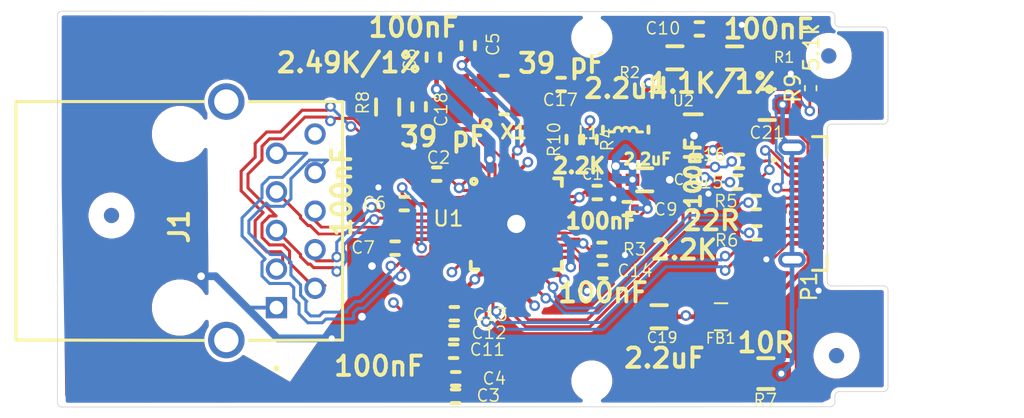
<source format=kicad_pcb>
(kicad_pcb (version 20171130) (host pcbnew "(5.1.10)-1")
  (layers (0 F.Cu mixed) (1 In1.Cu mixed) (2 In2.Cu mixed) (31 B.Cu mixed) (34 B.Paste user) (35 F.Paste user hide) (36 B.SilkS user) (37 F.SilkS user) (38 B.Mask user) (39 F.Mask user) (44 Edge.Cuts user))
  (net 0 "")
  (net 1 GND)
  (net 2 +3V3)
  (net 3 /V12)
  (net 4 "Net-(R8-Pad1)")
  (net 5 "Net-(R10-Pad2)")
  (net 6 /U3TX_P)
  (net 7 /U3TX_N)
  (net 8 /M3_N)
  (net 9 /M3_P)
  (net 10 /M2_N)
  (net 11 /M2_P)
  (net 12 /M1_N)
  (net 13 /M1_P)
  (net 14 /M0_N)
  (net 15 /M0_P)
  (net 16 /U2_P)
  (net 17 /U2_N)
  (net 18 "Net-(L1-Pad1)")
  (net 19 U3STX_P)
  (net 20 U3STX_N)
  (net 21 VBUS)
  (net 22 U3SRX_P)
  (net 23 U3SRX_N)
  (net 24 "Net-(P1-PadB8)")
  (net 25 "Net-(P1-PadB5)")
  (net 26 "Net-(P1-PadB3)")
  (net 27 "Net-(P1-PadB2)")
  (net 28 "Net-(P1-PadA8)")
  (net 29 U2D_N)
  (net 30 U2D_P)
  (net 31 "Net-(P1-PadA5)")
  (net 32 "Net-(J1-Pad9)")
  (net 33 "Net-(J1-Pad10)")
  (net 34 "Net-(P1-PadB10)")
  (net 35 "Net-(P1-PadB11)")
  (net 36 "Net-(R1-Pad1)")
  (net 37 "Net-(R3-Pad1)")
  (net 38 "Net-(C14-Pad1)")
  (net 39 "Net-(C19-Pad1)")
  (net 40 "Net-(C17-Pad2)")
  (net 41 "Net-(C18-Pad1)")
  (net 42 "Net-(C21-Pad1)")
  (net 43 "Net-(U1-Pad41)")
  (net 44 "Net-(U1-Pad40)")
  (net 45 "Net-(U1-Pad39)")
  (net 46 "Net-(U1-Pad38)")
  (net 47 "Net-(U1-Pad36)")
  (net 48 "Net-(U1-Pad32)")
  (net 49 "Net-(U1-Pad30)")
  (module OLIMEX_Other-FP:Fiducial1x3_transp (layer B.Cu) (at 104.07 59.35)
    (fp_text reference " " hide)
    (fp_text value Val**)
    (pad Fid1 connect circle (at 0 0) (size 1 1) (layers B.Cu B.Mask) (clearance 1.016))
  )
  (module OLIMEX_Other-FP:Fiducial1x3_transp (layer B.Cu) (at 104.58 79.08)
    (fp_text reference Ref** hide)
    (fp_text value Val**)
    (pad Fid1 connect circle (at 0 0) (size 1 1) (layers B.Cu B.Mask) (clearance 1.016))
  )
  (module OLIMEX_Other-FP:Fiducial1x3_transp (layer F.Cu) (at 104.58 79.07)
    (fp_text reference Ref** hide)
    (fp_text value Val**)
    (pad Fid1 connect circle (at 0 0) (size 1 1) (layers F.Cu F.Mask) (clearance 1.016))
  )
  (module OLIMEX_Other-FP:Fiducial1x3_transp (layer F.Cu) (at 104.07 59.34)
    (fp_text reference " " hide)
    (fp_text value " ")
    (pad Fid1 connect circle (at 0 0) (size 1 1) (layers F.Cu F.Mask) (clearance 1.016))
  )
  (module "SnapEDA Library:GCT_USB4155-03-C_REVA" (layer F.Cu) (at 102.6 69.06 90)
    (fp_text reference P1 (at -5.47 0.18 90) (layer F.SilkS))
    (fp_text value USB_C_Plug)
    (fp_poly (pts (xy 3.7 -1.85) (xy 3.674 -1.849) (xy 3.648 -1.847) (xy 3.622 -1.844) (xy 3.596 -1.839) (xy 3.571 -1.833) (xy 3.545 -1.826) (xy 3.521 -1.817) (xy 3.497 -1.807) (xy 3.473 -1.796) (xy 3.45 -1.783) (xy 3.428 -1.769) (xy 3.406 -1.755) (xy 3.385 -1.739) (xy 3.365 -1.722) (xy 3.346 -1.704) (xy 3.328 -1.685) (xy 3.311 -1.665) (xy 3.295 -1.644) (xy 3.281 -1.622) (xy 3.267 -1.6) (xy 3.254 -1.577) (xy 3.243 -1.553) (xy 3.233 -1.529) (xy 3.224 -1.505) (xy 3.217 -1.479) (xy 3.211 -1.454) (xy 3.206 -1.428) (xy 3.203 -1.402) (xy 3.201 -1.376) (xy 3.2 -1.35) (xy 3.2 -0.55) (xy 3.201 -0.524) (xy 3.203 -0.498) (xy 3.206 -0.472) (xy 3.211 -0.446) (xy 3.217 -0.421) (xy 3.224 -0.395) (xy 3.233 -0.371) (xy 3.243 -0.347) (xy 3.254 -0.323) (xy 3.267 -0.3) (xy 3.281 -0.278) (xy 3.295 -0.256) (xy 3.311 -0.235) (xy 3.328 -0.215) (xy 3.346 -0.196) (xy 3.365 -0.178) (xy 3.385 -0.161) (xy 3.406 -0.145) (xy 3.428 -0.131) (xy 3.45 -0.117) (xy 3.473 -0.104) (xy 3.497 -0.093) (xy 3.521 -0.083) (xy 3.545 -0.074) (xy 3.571 -0.067) (xy 3.596 -0.061) (xy 3.622 -0.056) (xy 3.648 -0.053) (xy 3.674 -0.051) (xy 3.7 -0.05) (xy 3.726 -0.051) (xy 3.752 -0.053) (xy 3.778 -0.056) (xy 3.804 -0.061) (xy 3.829 -0.067) (xy 3.855 -0.074) (xy 3.879 -0.083) (xy 3.903 -0.093) (xy 3.927 -0.104) (xy 3.95 -0.117) (xy 3.972 -0.131) (xy 3.994 -0.145) (xy 4.015 -0.161) (xy 4.035 -0.178) (xy 4.054 -0.196) (xy 4.072 -0.215) (xy 4.089 -0.235) (xy 4.105 -0.256) (xy 4.119 -0.278) (xy 4.133 -0.3) (xy 4.146 -0.323) (xy 4.157 -0.347) (xy 4.167 -0.371) (xy 4.176 -0.395) (xy 4.183 -0.421) (xy 4.189 -0.446) (xy 4.194 -0.472) (xy 4.197 -0.498) (xy 4.199 -0.524) (xy 4.2 -0.55) (xy 4.2 -1.35) (xy 4.199 -1.376) (xy 4.197 -1.402) (xy 4.194 -1.428) (xy 4.189 -1.454) (xy 4.183 -1.479) (xy 4.176 -1.505) (xy 4.167 -1.529) (xy 4.157 -1.553) (xy 4.146 -1.577) (xy 4.133 -1.6) (xy 4.119 -1.622) (xy 4.105 -1.644) (xy 4.089 -1.665) (xy 4.072 -1.685) (xy 4.054 -1.704) (xy 4.035 -1.722) (xy 4.015 -1.739) (xy 3.994 -1.755) (xy 3.972 -1.769) (xy 3.95 -1.783) (xy 3.927 -1.796) (xy 3.903 -1.807) (xy 3.879 -1.817) (xy 3.855 -1.826) (xy 3.829 -1.833) (xy 3.804 -1.839) (xy 3.778 -1.844) (xy 3.752 -1.847) (xy 3.726 -1.849) (xy 3.7 -1.85)) (layer B.Cu) (width 0.01))
    (fp_poly (pts (xy 3.7 -1.85) (xy 3.674 -1.849) (xy 3.648 -1.847) (xy 3.622 -1.844) (xy 3.596 -1.839) (xy 3.571 -1.833) (xy 3.545 -1.826) (xy 3.521 -1.817) (xy 3.497 -1.807) (xy 3.473 -1.796) (xy 3.45 -1.783) (xy 3.428 -1.769) (xy 3.406 -1.755) (xy 3.385 -1.739) (xy 3.365 -1.722) (xy 3.346 -1.704) (xy 3.328 -1.685) (xy 3.311 -1.665) (xy 3.295 -1.644) (xy 3.281 -1.622) (xy 3.267 -1.6) (xy 3.254 -1.577) (xy 3.243 -1.553) (xy 3.233 -1.529) (xy 3.224 -1.505) (xy 3.217 -1.479) (xy 3.211 -1.454) (xy 3.206 -1.428) (xy 3.203 -1.402) (xy 3.201 -1.376) (xy 3.2 -1.35) (xy 3.2 -0.55) (xy 3.201 -0.524) (xy 3.203 -0.498) (xy 3.206 -0.472) (xy 3.211 -0.446) (xy 3.217 -0.421) (xy 3.224 -0.395) (xy 3.233 -0.371) (xy 3.243 -0.347) (xy 3.254 -0.323) (xy 3.267 -0.3) (xy 3.281 -0.278) (xy 3.295 -0.256) (xy 3.311 -0.235) (xy 3.328 -0.215) (xy 3.346 -0.196) (xy 3.365 -0.178) (xy 3.385 -0.161) (xy 3.406 -0.145) (xy 3.428 -0.131) (xy 3.45 -0.117) (xy 3.473 -0.104) (xy 3.497 -0.093) (xy 3.521 -0.083) (xy 3.545 -0.074) (xy 3.571 -0.067) (xy 3.596 -0.061) (xy 3.622 -0.056) (xy 3.648 -0.053) (xy 3.674 -0.051) (xy 3.7 -0.05) (xy 3.726 -0.051) (xy 3.752 -0.053) (xy 3.778 -0.056) (xy 3.804 -0.061) (xy 3.829 -0.067) (xy 3.855 -0.074) (xy 3.879 -0.083) (xy 3.903 -0.093) (xy 3.927 -0.104) (xy 3.95 -0.117) (xy 3.972 -0.131) (xy 3.994 -0.145) (xy 4.015 -0.161) (xy 4.035 -0.178) (xy 4.054 -0.196) (xy 4.072 -0.215) (xy 4.089 -0.235) (xy 4.105 -0.256) (xy 4.119 -0.278) (xy 4.133 -0.3) (xy 4.146 -0.323) (xy 4.157 -0.347) (xy 4.167 -0.371) (xy 4.176 -0.395) (xy 4.183 -0.421) (xy 4.189 -0.446) (xy 4.194 -0.472) (xy 4.197 -0.498) (xy 4.199 -0.524) (xy 4.2 -0.55) (xy 4.2 -1.35) (xy 4.199 -1.376) (xy 4.197 -1.402) (xy 4.194 -1.428) (xy 4.189 -1.454) (xy 4.183 -1.479) (xy 4.176 -1.505) (xy 4.167 -1.529) (xy 4.157 -1.553) (xy 4.146 -1.577) (xy 4.133 -1.6) (xy 4.119 -1.622) (xy 4.105 -1.644) (xy 4.089 -1.665) (xy 4.072 -1.685) (xy 4.054 -1.704) (xy 4.035 -1.722) (xy 4.015 -1.739) (xy 3.994 -1.755) (xy 3.972 -1.769) (xy 3.95 -1.783) (xy 3.927 -1.796) (xy 3.903 -1.807) (xy 3.879 -1.817) (xy 3.855 -1.826) (xy 3.829 -1.833) (xy 3.804 -1.839) (xy 3.778 -1.844) (xy 3.752 -1.847) (xy 3.726 -1.849) (xy 3.7 -1.85)) (layer F.Cu) (width 0.01))
    (fp_poly (pts (xy -3.7 -1.85) (xy -3.726 -1.849) (xy -3.752 -1.847) (xy -3.778 -1.844) (xy -3.804 -1.839) (xy -3.829 -1.833) (xy -3.855 -1.826) (xy -3.879 -1.817) (xy -3.903 -1.807) (xy -3.927 -1.796) (xy -3.95 -1.783) (xy -3.972 -1.769) (xy -3.994 -1.755) (xy -4.015 -1.739) (xy -4.035 -1.722) (xy -4.054 -1.704) (xy -4.072 -1.685) (xy -4.089 -1.665) (xy -4.105 -1.644) (xy -4.119 -1.622) (xy -4.133 -1.6) (xy -4.146 -1.577) (xy -4.157 -1.553) (xy -4.167 -1.529) (xy -4.176 -1.505) (xy -4.183 -1.479) (xy -4.189 -1.454) (xy -4.194 -1.428) (xy -4.197 -1.402) (xy -4.199 -1.376) (xy -4.2 -1.35) (xy -4.2 -0.55) (xy -4.199 -0.524) (xy -4.197 -0.498) (xy -4.194 -0.472) (xy -4.189 -0.446) (xy -4.183 -0.421) (xy -4.176 -0.395) (xy -4.167 -0.371) (xy -4.157 -0.347) (xy -4.146 -0.323) (xy -4.133 -0.3) (xy -4.119 -0.278) (xy -4.105 -0.256) (xy -4.089 -0.235) (xy -4.072 -0.215) (xy -4.054 -0.196) (xy -4.035 -0.178) (xy -4.015 -0.161) (xy -3.994 -0.145) (xy -3.972 -0.131) (xy -3.95 -0.117) (xy -3.927 -0.104) (xy -3.903 -0.093) (xy -3.879 -0.083) (xy -3.855 -0.074) (xy -3.829 -0.067) (xy -3.804 -0.061) (xy -3.778 -0.056) (xy -3.752 -0.053) (xy -3.726 -0.051) (xy -3.7 -0.05) (xy -3.674 -0.051) (xy -3.648 -0.053) (xy -3.622 -0.056) (xy -3.596 -0.061) (xy -3.571 -0.067) (xy -3.545 -0.074) (xy -3.521 -0.083) (xy -3.497 -0.093) (xy -3.473 -0.104) (xy -3.45 -0.117) (xy -3.428 -0.131) (xy -3.406 -0.145) (xy -3.385 -0.161) (xy -3.365 -0.178) (xy -3.346 -0.196) (xy -3.328 -0.215) (xy -3.311 -0.235) (xy -3.295 -0.256) (xy -3.281 -0.278) (xy -3.267 -0.3) (xy -3.254 -0.323) (xy -3.243 -0.347) (xy -3.233 -0.371) (xy -3.224 -0.395) (xy -3.217 -0.421) (xy -3.211 -0.446) (xy -3.206 -0.472) (xy -3.203 -0.498) (xy -3.201 -0.524) (xy -3.2 -0.55) (xy -3.2 -1.35) (xy -3.201 -1.376) (xy -3.203 -1.402) (xy -3.206 -1.428) (xy -3.211 -1.454) (xy -3.217 -1.479) (xy -3.224 -1.505) (xy -3.233 -1.529) (xy -3.243 -1.553) (xy -3.254 -1.577) (xy -3.267 -1.6) (xy -3.281 -1.622) (xy -3.295 -1.644) (xy -3.311 -1.665) (xy -3.328 -1.685) (xy -3.346 -1.704) (xy -3.365 -1.722) (xy -3.385 -1.739) (xy -3.406 -1.755) (xy -3.428 -1.769) (xy -3.45 -1.783) (xy -3.473 -1.796) (xy -3.497 -1.807) (xy -3.521 -1.817) (xy -3.545 -1.826) (xy -3.571 -1.833) (xy -3.596 -1.839) (xy -3.622 -1.844) (xy -3.648 -1.847) (xy -3.674 -1.849) (xy -3.7 -1.85)) (layer B.Cu) (width 0.01))
    (fp_poly (pts (xy -3.7 -1.85) (xy -3.726 -1.849) (xy -3.752 -1.847) (xy -3.778 -1.844) (xy -3.804 -1.839) (xy -3.829 -1.833) (xy -3.855 -1.826) (xy -3.879 -1.817) (xy -3.903 -1.807) (xy -3.927 -1.796) (xy -3.95 -1.783) (xy -3.972 -1.769) (xy -3.994 -1.755) (xy -4.015 -1.739) (xy -4.035 -1.722) (xy -4.054 -1.704) (xy -4.072 -1.685) (xy -4.089 -1.665) (xy -4.105 -1.644) (xy -4.119 -1.622) (xy -4.133 -1.6) (xy -4.146 -1.577) (xy -4.157 -1.553) (xy -4.167 -1.529) (xy -4.176 -1.505) (xy -4.183 -1.479) (xy -4.189 -1.454) (xy -4.194 -1.428) (xy -4.197 -1.402) (xy -4.199 -1.376) (xy -4.2 -1.35) (xy -4.2 -0.55) (xy -4.199 -0.524) (xy -4.197 -0.498) (xy -4.194 -0.472) (xy -4.189 -0.446) (xy -4.183 -0.421) (xy -4.176 -0.395) (xy -4.167 -0.371) (xy -4.157 -0.347) (xy -4.146 -0.323) (xy -4.133 -0.3) (xy -4.119 -0.278) (xy -4.105 -0.256) (xy -4.089 -0.235) (xy -4.072 -0.215) (xy -4.054 -0.196) (xy -4.035 -0.178) (xy -4.015 -0.161) (xy -3.994 -0.145) (xy -3.972 -0.131) (xy -3.95 -0.117) (xy -3.927 -0.104) (xy -3.903 -0.093) (xy -3.879 -0.083) (xy -3.855 -0.074) (xy -3.829 -0.067) (xy -3.804 -0.061) (xy -3.778 -0.056) (xy -3.752 -0.053) (xy -3.726 -0.051) (xy -3.7 -0.05) (xy -3.674 -0.051) (xy -3.648 -0.053) (xy -3.622 -0.056) (xy -3.596 -0.061) (xy -3.571 -0.067) (xy -3.545 -0.074) (xy -3.521 -0.083) (xy -3.497 -0.093) (xy -3.473 -0.104) (xy -3.45 -0.117) (xy -3.428 -0.131) (xy -3.406 -0.145) (xy -3.385 -0.161) (xy -3.365 -0.178) (xy -3.346 -0.196) (xy -3.328 -0.215) (xy -3.311 -0.235) (xy -3.295 -0.256) (xy -3.281 -0.278) (xy -3.267 -0.3) (xy -3.254 -0.323) (xy -3.243 -0.347) (xy -3.233 -0.371) (xy -3.224 -0.395) (xy -3.217 -0.421) (xy -3.211 -0.446) (xy -3.206 -0.472) (xy -3.203 -0.498) (xy -3.201 -0.524) (xy -3.2 -0.55) (xy -3.2 -1.35) (xy -3.201 -1.376) (xy -3.203 -1.402) (xy -3.206 -1.428) (xy -3.211 -1.454) (xy -3.217 -1.479) (xy -3.224 -1.505) (xy -3.233 -1.529) (xy -3.243 -1.553) (xy -3.254 -1.577) (xy -3.267 -1.6) (xy -3.281 -1.622) (xy -3.295 -1.644) (xy -3.311 -1.665) (xy -3.328 -1.685) (xy -3.346 -1.704) (xy -3.365 -1.722) (xy -3.385 -1.739) (xy -3.406 -1.755) (xy -3.428 -1.769) (xy -3.45 -1.783) (xy -3.473 -1.796) (xy -3.497 -1.807) (xy -3.521 -1.817) (xy -3.545 -1.826) (xy -3.571 -1.833) (xy -3.596 -1.839) (xy -3.622 -1.844) (xy -3.648 -1.847) (xy -3.674 -1.849) (xy -3.7 -1.85)) (layer F.Cu) (width 0.01))
    (pad A1 smd rect (at 2.875 -0.75 90) (size 0.3 0.8) (layers F.Cu F.Paste F.Mask) (net 1 GND))
    (pad A2 smd rect (at 2.375 -0.75 90) (size 0.3 0.8) (layers F.Cu F.Paste F.Mask) (net 19 U3STX_P))
    (pad A3 smd rect (at 1.875 -0.75 90) (size 0.3 0.8) (layers F.Cu F.Paste F.Mask) (net 20 U3STX_N))
    (pad A4 smd rect (at 1.375 -0.75 90) (size 0.3 0.8) (layers F.Cu F.Paste F.Mask) (net 21 VBUS))
    (pad A5 smd rect (at 0.875 -0.75 90) (size 0.3 0.8) (layers F.Cu F.Paste F.Mask) (net 31 "Net-(P1-PadA5)"))
    (pad A6 smd rect (at 0.375 -0.75 90) (size 0.3 0.8) (layers F.Cu F.Paste F.Mask) (net 30 U2D_P))
    (pad A7 smd rect (at -0.125 -0.75 90) (size 0.3 0.8) (layers F.Cu F.Paste F.Mask) (net 29 U2D_N))
    (pad A8 smd rect (at -0.625 -0.75 90) (size 0.3 0.8) (layers F.Cu F.Paste F.Mask) (net 28 "Net-(P1-PadA8)"))
    (pad A9 smd rect (at -1.125 -0.75 90) (size 0.3 0.8) (layers F.Cu F.Paste F.Mask) (net 21 VBUS))
    (pad A10 smd rect (at -1.625 -0.75 90) (size 0.3 0.8) (layers F.Cu F.Paste F.Mask) (net 23 U3SRX_N))
    (pad A11 smd rect (at -2.125 -0.75 90) (size 0.3 0.8) (layers F.Cu F.Paste F.Mask) (net 22 U3SRX_P))
    (pad A12 smd rect (at -2.625 -0.75 90) (size 0.3 0.8) (layers F.Cu F.Paste F.Mask) (net 1 GND))
    (pad B1 smd rect (at -2.875 0.75 90) (size 0.3 0.8) (layers F.Cu F.Paste F.Mask) (net 1 GND))
    (pad B2 smd rect (at -2.375 0.75 90) (size 0.3 0.8) (layers F.Cu F.Paste F.Mask) (net 27 "Net-(P1-PadB2)"))
    (pad B3 smd rect (at -1.875 0.75 90) (size 0.3 0.8) (layers F.Cu F.Paste F.Mask) (net 26 "Net-(P1-PadB3)"))
    (pad B4 smd rect (at -1.375 0.75 90) (size 0.3 0.8) (layers F.Cu F.Paste F.Mask) (net 21 VBUS))
    (pad B5 smd rect (at -0.875 0.75 90) (size 0.3 0.8) (layers F.Cu F.Paste F.Mask) (net 25 "Net-(P1-PadB5)"))
    (pad B6 smd rect (at -0.375 0.75 90) (size 0.3 0.8) (layers F.Cu F.Paste F.Mask))
    (pad B7 smd rect (at 0.125 0.75 90) (size 0.3 0.8) (layers F.Cu F.Paste F.Mask))
    (pad B8 smd rect (at 0.625 0.75 90) (size 0.3 0.8) (layers F.Cu F.Paste F.Mask) (net 24 "Net-(P1-PadB8)"))
    (pad B9 smd rect (at 1.125 0.75 90) (size 0.3 0.8) (layers F.Cu F.Paste F.Mask) (net 21 VBUS))
    (pad B10 smd rect (at 1.625 0.75 90) (size 0.3 0.8) (layers F.Cu F.Paste F.Mask) (net 34 "Net-(P1-PadB10)"))
    (pad B11 smd rect (at 2.125 0.75 90) (size 0.3 0.8) (layers F.Cu F.Paste F.Mask) (net 35 "Net-(P1-PadB11)"))
    (pad B12 smd rect (at 2.625 0.75 90) (size 0.3 0.8) (layers F.Cu F.Paste F.Mask) (net 1 GND))
    (pad S1 thru_hole oval (at -3.7 -0.95 90) (size 0.8 1.6) (drill oval 0.5 1.3) (layers *.Cu) (net 42 "Net-(C21-Pad1)"))
    (pad S1 thru_hole oval (at 3.7 -0.95 90) (size 0.8 1.6) (drill oval 0.5 1.3) (layers *.Cu) (net 42 "Net-(C21-Pad1)"))
  )
  (module OLIMEX_RLC-FP:C_0402_5MIL_DWS (layer F.Cu) (at 90.8 69.4)
    (fp_text reference C9 (at 2.54 0.0475) (layer F.SilkS) (effects (font (size 0.8 0.8) (thickness 0.1))))
    (fp_text value 100nF)
    (pad 2 smd rect (at 0.508 0) (size 0.5 0.55) (layers F.Cu F.Paste F.Mask) (net 3 /V12))
    (pad 1 smd rect (at -0.508 0 180) (size 0.5 0.55) (layers F.Cu F.Paste F.Mask) (net 1 GND))
  )
  (module MountingHole:MountingHole_2.2mm_M2 (layer F.Cu) (at 88.47 58.14 270)
    (fp_text reference H1 hide)
    (fp_text value " ")
    (pad 1 np_thru_hole circle (at 0 0 270) (size 2.2 2.2) (drill 2.2) (layers *.Cu *.Mask))
  )
  (module MountingHole:MountingHole_2.2mm_M2 (layer F.Cu) (at 88.47 80.74 270)
    (fp_text reference H2 hide)
    (fp_text value MountingHole)
    (pad 1 np_thru_hole circle (at 0 0 270) (size 2.2 2.2) (drill 2.2) (layers *.Cu *.Mask))
  )
  (module OLIMEX_IC-FP:SOT-23-5 (layer F.Cu) (at 95.15 64.6 180)
    (fp_text reference U2 (at 0.65 2.3) (layer F.SilkS) (effects (font (size 0.7 0.7) (thickness 0.1))))
    (fp_text value "SY8089AAAC(SOT23-5)" hide)
    (pad 1 smd rect (at 1.3 0.95 180) (size 1.2 0.55) (layers F.Cu F.Paste F.Mask) (net 39 "Net-(C19-Pad1)") (clearance 0.0508))
    (pad 2 smd rect (at 1.3 0 180) (size 1.2 0.55) (layers F.Cu F.Paste F.Mask) (net 1 GND) (clearance 0.0508))
    (pad 3 smd rect (at 1.3 -0.95 180) (size 1.2 0.55) (layers F.Cu F.Paste F.Mask) (net 18 "Net-(L1-Pad1)") (clearance 0.0508))
    (pad 5 smd rect (at -1.3 0.95 180) (size 1.2 0.55) (layers F.Cu F.Paste F.Mask) (net 36 "Net-(R1-Pad1)") (clearance 0.0508))
    (pad 4 smd rect (at -1.3 -0.95 180) (size 1.2 0.55) (layers F.Cu F.Paste F.Mask) (net 39 "Net-(C19-Pad1)") (clearance 0.0508))
  )
  (module OLIMEX_RLC-FP:R_0603_5MIL_DWS (layer F.Cu) (at 93.94 59.47)
    (fp_text reference R2 (at -2.98 0.97) (layer F.SilkS) (effects (font (size 0.7 0.7) (thickness 0.1))))
    (fp_text value 1.1K/1% (at 2.49 1.68) (layer F.SilkS) (effects (font (size 1.27 1.27) (thickness 0.254))))
    (pad 2 smd rect (at 0.889 0) (size 1.016 1.016) (layers F.Cu F.Paste F.Mask) (net 36 "Net-(R1-Pad1)"))
    (pad 1 smd rect (at -0.889 0) (size 1.016 1.016) (layers F.Cu F.Paste F.Mask) (net 3 /V12))
  )
  (module OLIMEX_RLC-FP:R_0603_5MIL_DWS (layer F.Cu) (at 97.87 59.48)
    (fp_text reference R1 (at 3.26 -0.04) (layer F.SilkS) (effects (font (size 0.7 0.7) (thickness 0.1))))
    (fp_text value 1.1K/1%)
    (pad 2 smd rect (at 0.889 0) (size 1.016 1.016) (layers F.Cu F.Paste F.Mask) (net 1 GND))
    (pad 1 smd rect (at -0.889 0) (size 1.016 1.016) (layers F.Cu F.Paste F.Mask) (net 36 "Net-(R1-Pad1)"))
  )
  (module OLIMEX_RLC-FP:CD32 (layer F.Cu) (at 90.7 64.2 90)
    (fp_text reference L1 (at -0.2 -2.45 180) (layer F.SilkS) (effects (font (size 0.8 0.8))))
    (fp_text value 2.2uH (at 2.71 0.03 180) (layer F.SilkS) (effects (font (size 1.27 1.27) (thickness 0.254))))
    (pad 2 smd rect (at 1.2 0 270) (size 1.6 3) (layers F.Cu F.Paste F.Mask) (net 3 /V12) (clearance 0.0508))
    (pad 1 smd rect (at -1.2 0 270) (size 1.6 3) (layers F.Cu F.Paste F.Mask) (net 18 "Net-(L1-Pad1)") (clearance 0.0508))
  )
  (module OLIMEX_IC-FP:QFN48-6x6mm-OLIMEX_V2 (layer F.Cu) (at 83.5 70.4055 270)
    (fp_text reference U1 (at -0.3484 4.472) (layer F.SilkS))
    (fp_text value RTL8153VCCG)
    (pad 49 thru_hole oval (at 0 0 270) (size 1.8 1.8) (drill 1.2) (layers *.Cu B.Mask) (net 1 GND))
    (pad 49 smd rect (at 1.165 1.165 270) (size 2.33 2.33) (layers F.Cu F.Mask) (net 1 GND))
    (pad 49 smd rect (at -1.165 1.165 270) (size 2.33 2.33) (layers F.Cu F.Mask) (net 1 GND))
    (pad 49 smd rect (at -1.165 -1.165 270) (size 2.33 2.33) (layers F.Cu F.Mask) (net 1 GND))
    (pad 49 smd rect (at 1.165 -1.165 270) (size 2.33 2.33) (layers F.Cu F.Mask) (net 1 GND))
    (pad 48 smd rect (at -2.92 2.2 180) (size 0.2 0.8) (layers F.Cu F.Paste F.Mask) (net 2 +3V3))
    (pad 47 smd rect (at -2.92 1.8 180) (size 0.2 0.8) (layers F.Cu F.Paste F.Mask) (net 4 "Net-(R8-Pad1)"))
    (pad 46 smd rect (at -2.92 1.4 180) (size 0.2 0.8) (layers F.Cu F.Paste F.Mask) (net 3 /V12))
    (pad 45 smd rect (at -2.92 1 180) (size 0.2 0.8) (layers F.Cu F.Paste F.Mask) (net 41 "Net-(C18-Pad1)"))
    (pad 44 smd rect (at -2.92 0.6 180) (size 0.2 0.8) (layers F.Cu F.Paste F.Mask) (net 40 "Net-(C17-Pad2)"))
    (pad 43 smd rect (at -2.92 0.2 180) (size 0.2 0.8) (layers F.Cu F.Paste F.Mask) (net 2 +3V3))
    (pad 42 smd rect (at -2.92 -0.2 180) (size 0.2 0.8) (layers F.Cu F.Paste F.Mask) (net 3 /V12))
    (pad 41 smd rect (at -2.92 -0.6 180) (size 0.2 0.8) (layers F.Cu F.Paste F.Mask) (net 43 "Net-(U1-Pad41)"))
    (pad 40 smd rect (at -2.92 -1 180) (size 0.2 0.8) (layers F.Cu F.Paste F.Mask) (net 44 "Net-(U1-Pad40)"))
    (pad 39 smd rect (at -2.92 -1.4 180) (size 0.2 0.8) (layers F.Cu F.Paste F.Mask) (net 45 "Net-(U1-Pad39)"))
    (pad 38 smd rect (at -2.92 -1.8 180) (size 0.2 0.8) (layers F.Cu F.Paste F.Mask) (net 46 "Net-(U1-Pad38)"))
    (pad 37 smd rect (at -2.92 -2.2 180) (size 0.2 0.8) (layers F.Cu F.Paste F.Mask) (net 5 "Net-(R10-Pad2)"))
    (pad 36 smd rect (at -2.2 -2.92 90) (size 0.2 0.8) (layers F.Cu F.Paste F.Mask) (net 47 "Net-(U1-Pad36)"))
    (pad 35 smd rect (at -1.8 -2.92 90) (size 0.2 0.8) (layers F.Cu F.Paste F.Mask) (net 2 +3V3))
    (pad 34 smd rect (at -1.4 -2.92 90) (size 0.2 0.8) (layers F.Cu F.Paste F.Mask) (net 2 +3V3))
    (pad 33 smd rect (at -1 -2.92 90) (size 0.2 0.8) (layers F.Cu F.Paste F.Mask) (net 1 GND))
    (pad 32 smd rect (at -0.6 -2.92 90) (size 0.2 0.8) (layers F.Cu F.Paste F.Mask) (net 48 "Net-(U1-Pad32)"))
    (pad 31 smd rect (at -0.2 -2.92 90) (size 0.2 0.8) (layers F.Cu F.Paste F.Mask) (net 3 /V12))
    (pad 30 smd rect (at 0.2 -2.92 90) (size 0.2 0.8) (layers F.Cu F.Paste F.Mask) (net 49 "Net-(U1-Pad30)"))
    (pad 29 smd rect (at 0.6 -2.92 90) (size 0.2 0.8) (layers F.Cu F.Paste F.Mask) (net 37 "Net-(R3-Pad1)"))
    (pad 28 smd rect (at 1 -2.92 90) (size 0.2 0.8) (layers F.Cu F.Paste F.Mask) (net 2 +3V3))
    (pad 27 smd rect (at 1.4 -2.92 90) (size 0.2 0.8) (layers F.Cu F.Paste F.Mask) (net 38 "Net-(C14-Pad1)"))
    (pad 26 smd rect (at 1.8 -2.92 90) (size 0.2 0.8) (layers F.Cu F.Paste F.Mask) (net 39 "Net-(C19-Pad1)"))
    (pad 25 smd rect (at 2.2 -2.92 90) (size 0.2 0.8) (layers F.Cu F.Paste F.Mask) (net 2 +3V3))
    (pad 24 smd rect (at 2.92 -2.2) (size 0.2 0.8) (layers F.Cu F.Paste F.Mask) (net 3 /V12))
    (pad 23 smd rect (at 2.92 -1.8) (size 0.2 0.8) (layers F.Cu F.Paste F.Mask) (net 16 /U2_P))
    (pad 22 smd rect (at 2.92 -1.4) (size 0.2 0.8) (layers F.Cu F.Paste F.Mask) (net 17 /U2_N))
    (pad 21 smd rect (at 2.92 -1) (size 0.2 0.8) (layers F.Cu F.Paste F.Mask) (net 1 GND))
    (pad 20 smd rect (at 2.92 -0.6) (size 0.2 0.8) (layers F.Cu F.Paste F.Mask) (net 3 /V12))
    (pad 19 smd rect (at 2.92 -0.2) (size 0.2 0.8) (layers F.Cu F.Paste F.Mask) (net 7 /U3TX_N))
    (pad 18 smd rect (at 2.92 0.2) (size 0.2 0.8) (layers F.Cu F.Paste F.Mask) (net 6 /U3TX_P))
    (pad 17 smd rect (at 2.92 0.6) (size 0.2 0.8) (layers F.Cu F.Paste F.Mask) (net 1 GND))
    (pad 16 smd rect (at 2.92 1) (size 0.2 0.8) (layers F.Cu F.Paste F.Mask) (net 1 GND))
    (pad 15 smd rect (at 2.92 1.4) (size 0.2 0.8) (layers F.Cu F.Paste F.Mask) (net 23 U3SRX_N))
    (pad 14 smd rect (at 2.92 1.8) (size 0.2 0.8) (layers F.Cu F.Paste F.Mask) (net 22 U3SRX_P))
    (pad 13 smd rect (at 2.92 2.2) (size 0.2 0.8) (layers F.Cu F.Paste F.Mask) (net 3 /V12))
    (pad 12 smd rect (at 2.2 2.92 270) (size 0.2 0.8) (layers F.Cu F.Paste F.Mask) (net 2 +3V3))
    (pad 11 smd rect (at 1.8 2.92 270) (size 0.2 0.8) (layers F.Cu F.Paste F.Mask) (net 8 /M3_N))
    (pad 10 smd rect (at 1.4 2.92 270) (size 0.2 0.8) (layers F.Cu F.Paste F.Mask) (net 9 /M3_P))
    (pad 9 smd rect (at 1 2.92 270) (size 0.2 0.8) (layers F.Cu F.Paste F.Mask) (net 3 /V12))
    (pad 8 smd rect (at 0.6 2.92 270) (size 0.2 0.8) (layers F.Cu F.Paste F.Mask) (net 10 /M2_N))
    (pad 7 smd rect (at 0.2 2.92 270) (size 0.2 0.8) (layers F.Cu F.Paste F.Mask) (net 11 /M2_P))
    (pad 6 smd rect (at -0.2 2.92 270) (size 0.2 0.8) (layers F.Cu F.Paste F.Mask) (net 12 /M1_N))
    (pad 5 smd rect (at -0.6 2.92 270) (size 0.2 0.8) (layers F.Cu F.Paste F.Mask) (net 13 /M1_P))
    (pad 4 smd rect (at -1 2.92 270) (size 0.2 0.8) (layers F.Cu F.Paste F.Mask) (net 3 /V12))
    (pad 3 smd rect (at -1.4 2.92 270) (size 0.2 0.8) (layers F.Cu F.Paste F.Mask) (net 14 /M0_N))
    (pad 2 smd rect (at -1.8 2.92 270) (size 0.2 0.8) (layers F.Cu F.Paste F.Mask) (net 15 /M0_P))
    (pad 1 smd rect (at -2.2 2.92 270) (size 0.2 0.8) (layers F.Cu F.Paste F.Mask) (net 2 +3V3))
  )
  (module OLIMEX_RLC-FP:C_0402_5MIL_DWS (layer F.Cu) (at 88.8238 68.3387)
    (fp_text reference C1 (at -0.3238 -1.1987) (layer F.SilkS) (effects (font (size 0.7 0.7) (thickness 0.1))))
    (fp_text value 100nF (at 0.2662 1.8813) (layer F.SilkS) (effects (font (thickness 0.25))))
    (pad 2 smd rect (at 0.508 0) (size 0.5 0.55) (layers F.Cu F.Paste F.Mask) (net 1 GND))
    (pad 1 smd rect (at -0.508 0 180) (size 0.5 0.55) (layers F.Cu F.Paste F.Mask) (net 2 +3V3))
  )
  (module OLIMEX_Other-FP:via_0.5_0.6 (layer F.Cu) (at 62.75 73.85)
    (fp_text reference REF** hide)
    (fp_text value via_0.5_0.6)
    (pad 1 thru_hole circle (at 0 0) (size 0.6 0.6) (drill 0.5) (layers *.Cu) (net 1 GND))
  )
  (module OLIMEX_Other-FP:via_0.5_0.6 (layer F.Cu) (at 73.3425 76.5175)
    (fp_text reference REF** hide)
    (fp_text value " ")
    (pad 1 thru_hole circle (at 0 0) (size 0.6 0.6) (drill 0.5) (layers *.Cu) (net 1 GND))
  )
  (module OLIMEX_Other-FP:via_0.5_0.6 (layer F.Cu) (at 91.15 66.6)
    (fp_text reference " " hide)
    (fp_text value " ")
    (pad 1 thru_hole circle (at 0 0) (size 0.6 0.6) (drill 0.5) (layers *.Cu) (net 3 /V12))
  )
  (module OLIMEX_Other-FP:via_0.5_0.6 (layer F.Cu) (at 90.05 66.6)
    (fp_text reference " " hide)
    (fp_text value " ")
    (pad 1 thru_hole circle (at 0 0) (size 0.6 0.6) (drill 0.5) (layers *.Cu) (net 3 /V12))
  )
  (module OLIMEX_Other-FP:via_0.5_0.6 (layer F.Cu) (at 93.6 67.5)
    (fp_text reference " " hide)
    (fp_text value " ")
    (pad 1 thru_hole circle (at 0 0) (size 0.6 0.6) (drill 0.5) (layers *.Cu) (net 1 GND))
  )
  (module OLIMEX_Other-FP:via_0.5_0.6 (layer F.Cu) (at 95.2 64.6)
    (fp_text reference " " hide)
    (fp_text value " ")
    (pad 1 thru_hole circle (at 0 0) (size 0.6 0.6) (drill 0.5) (layers *.Cu) (net 1 GND))
  )
  (module OLIMEX_Other-FP:via_0.5_0.6 (layer F.Cu) (at 74 73.18)
    (fp_text reference " " hide)
    (fp_text value " ")
    (pad 1 thru_hole circle (at 0 0) (size 0.6 0.6) (drill 0.5) (layers *.Cu) (net 1 GND))
  )
  (module OLIMEX_RLC-FP:R_0402_5MIL_DWS (layer F.Cu) (at 89.14 72.08 180)
    (fp_text reference R3 (at -2.15 0) (layer F.SilkS) (effects (font (size 0.8 0.8) (thickness 0.1))))
    (fp_text value 2.2K (at -5.41 -0.03) (layer F.SilkS) (effects (font (size 1.27 1.27) (thickness 0.254))))
    (pad 2 smd rect (at 0.508 0 180) (size 0.5 0.55) (layers F.Cu F.Paste F.Mask) (net 2 +3V3))
    (pad 1 smd rect (at -0.508 0) (size 0.5 0.55) (layers F.Cu F.Paste F.Mask) (net 37 "Net-(R3-Pad1)"))
  )
  (module OLIMEX_Other-FP:Fiducial1x3_transp (layer B.Cu) (at 56.85 69.85)
    (fp_text reference Ref** hide)
    (fp_text value Val**)
    (pad Fid1 connect circle (at 0 0) (size 1 1) (layers B.Cu B.Mask) (clearance 1.016))
  )
  (module OLIMEX_Other-FP:Fiducial1x3_transp (layer F.Cu) (at 56.85 69.85)
    (fp_text reference Ref** hide)
    (fp_text value Val**)
    (pad Fid1 connect circle (at 0 0) (size 1 1) (layers F.Cu F.Mask) (clearance 1.016))
  )
  (module OLIMEX_RLC-FP:C_0402_5MIL_DWS (layer F.Cu) (at 98.07 67.66)
    (fp_text reference C15 (at -2.0894 0) (layer F.SilkS) (effects (font (size 0.8 0.8) (thickness 0.1))))
    (fp_text value 100nF)
    (pad 2 smd rect (at 0.508 0) (size 0.5 0.55) (layers F.Cu F.Paste F.Mask) (net 19 U3STX_P))
    (pad 1 smd rect (at -0.508 0 180) (size 0.5 0.55) (layers F.Cu F.Paste F.Mask) (net 6 /U3TX_P))
  )
  (module OLIMEX_RLC-FP:C_0402_5MIL_DWS (layer F.Cu) (at 98.19 66.29)
    (fp_text reference C16 (at -2.05 -0.45) (layer F.SilkS) (effects (font (size 0.8 0.8) (thickness 0.1))))
    (fp_text value 100nF (at -3.05 0.78 90) (layer F.SilkS) (effects (font (thickness 0.25))))
    (pad 2 smd rect (at 0.508 0) (size 0.5 0.55) (layers F.Cu F.Paste F.Mask) (net 20 U3STX_N))
    (pad 1 smd rect (at -0.508 0 180) (size 0.5 0.55) (layers F.Cu F.Paste F.Mask) (net 7 /U3TX_N))
  )
  (module OLIMEX_RLC-FP:C_0805_5MIL_DWS (layer F.Cu) (at 100.0125 62.5475 180)
    (fp_text reference C21 (at 0.0125 -1.8525 180) (layer F.SilkS) (effects (font (size 0.8 0.8) (thickness 0.1))))
    (fp_text value 100nF/50V)
    (pad 2 smd rect (at 1.016 0) (size 1.05 1.27) (layers F.Cu F.Paste F.Mask) (net 1 GND))
    (pad 1 smd rect (at -1.016 0 180) (size 1.05 1.27) (layers F.Cu F.Paste F.Mask) (net 42 "Net-(C21-Pad1)"))
  )
  (module OLIMEX_RLC-FP:C_0402_5MIL_DWS (layer F.Cu) (at 86.45 61.23 180)
    (fp_text reference C17 (at 0.0541 -1.008 180) (layer F.SilkS) (effects (font (size 0.8 0.8) (thickness 0.1))))
    (fp_text value "39 pF" (at 0 1.397 180) (layer F.SilkS) (effects (font (size 1.27 1.27) (thickness 0.254))))
    (pad 2 smd rect (at 0.508 0 180) (size 0.5 0.55) (layers F.Cu F.Paste F.Mask) (net 40 "Net-(C17-Pad2)"))
    (pad 1 smd rect (at -0.508 0) (size 0.5 0.55) (layers F.Cu F.Paste F.Mask) (net 1 GND))
  )
  (module OLIMEX_RLC-FP:C_0402_5MIL_DWS (layer F.Cu) (at 77.1 62.7 90)
    (fp_text reference C18 (at -0.17 1.45 90) (layer F.SilkS) (effects (font (size 0.8 0.8) (thickness 0.1))))
    (fp_text value "39 pF" (at -1.96 1.58 180) (layer F.SilkS) (effects (font (size 1.27 1.27) (thickness 0.254))))
    (pad 2 smd rect (at 0.508 0 90) (size 0.5 0.55) (layers F.Cu F.Paste F.Mask) (net 1 GND))
    (pad 1 smd rect (at -0.508 0 270) (size 0.5 0.55) (layers F.Cu F.Paste F.Mask) (net 41 "Net-(C18-Pad1)"))
  )
  (module OLIMEX_RLC-FP:C_0402_5MIL_DWS (layer F.Cu) (at 78.26 67.13)
    (fp_text reference C2 (at 0.12 -1.09 -180) (layer F.SilkS) (effects (font (size 0.8 0.8) (thickness 0.1))))
    (fp_text value 100nF)
    (pad 2 smd rect (at 0.508 0) (size 0.5 0.55) (layers F.Cu F.Paste F.Mask) (net 2 +3V3))
    (pad 1 smd rect (at -0.508 0 180) (size 0.5 0.55) (layers F.Cu F.Paste F.Mask) (net 1 GND))
  )
  (module OLIMEX_RLC-FP:C_0402_5MIL_DWS (layer F.Cu) (at 79.5 81.75)
    (fp_text reference C3 (at 2.159 -0.0475 180) (layer F.SilkS) (effects (font (size 0.8 0.8) (thickness 0.1))))
    (fp_text value 100nF hide)
    (pad 2 smd rect (at 0.508 0) (size 0.5 0.55) (layers F.Cu F.Paste F.Mask) (net 2 +3V3))
    (pad 1 smd rect (at -0.508 0 180) (size 0.5 0.55) (layers F.Cu F.Paste F.Mask) (net 1 GND))
  )
  (module OLIMEX_RLC-FP:C_0603_5MIL_DWS (layer F.Cu) (at 92.9005 76.5175 180)
    (fp_text reference C19 (at -0.1995 -1.3675 180) (layer F.SilkS) (effects (font (size 0.7 0.7) (thickness 0.1))))
    (fp_text value 2.2uF (at -0.3495 -2.7225 180) (layer F.SilkS) (effects (font (size 1.27 1.27) (thickness 0.254))))
    (pad 2 smd rect (at 0.8 0 270) (size 0.8 0.9) (layers F.Cu F.Paste F.Mask) (net 1 GND) (clearance 0.0508))
    (pad 1 smd rect (at -0.8 0 270) (size 0.8 0.9) (layers F.Cu F.Paste F.Mask) (net 39 "Net-(C19-Pad1)") (clearance 0.0508))
  )
  (module OLIMEX_RLC-FP:C_0402_5MIL_DWS (layer F.Cu) (at 79.512 80.6)
    (fp_text reference C4 (at 2.54 -0.016) (layer F.SilkS) (effects (font (size 0.8 0.8) (thickness 0.1))))
    (fp_text value 100nF)
    (pad 2 smd rect (at 0.508 0) (size 0.5 0.55) (layers F.Cu F.Paste F.Mask) (net 2 +3V3))
    (pad 1 smd rect (at -0.508 0 180) (size 0.5 0.55) (layers F.Cu F.Paste F.Mask) (net 1 GND))
  )
  (module OLIMEX_RLC-FP:C_0402_5MIL_DWS (layer F.Cu) (at 80.33 58.67 270)
    (fp_text reference C5 (at -0.09 -1.63 270) (layer F.SilkS) (effects (font (size 0.8 0.8) (thickness 0.1))))
    (fp_text value 100nF)
    (pad 2 smd rect (at 0.508 0 270) (size 0.5 0.55) (layers F.Cu F.Paste F.Mask) (net 2 +3V3))
    (pad 1 smd rect (at -0.508 0 90) (size 0.5 0.55) (layers F.Cu F.Paste F.Mask) (net 1 GND))
  )
  (module OLIMEX_RLC-FP:C_0402_5MIL_DWS (layer F.Cu) (at 76.12 69.07)
    (fp_text reference C6 (at -1.9558 -0.0381) (layer F.SilkS) (effects (font (size 0.8 0.8) (thickness 0.1))))
    (fp_text value 100nF)
    (pad 2 smd rect (at 0.508 0) (size 0.5 0.55) (layers F.Cu F.Paste F.Mask) (net 3 /V12))
    (pad 1 smd rect (at -0.508 0 180) (size 0.5 0.55) (layers F.Cu F.Paste F.Mask) (net 1 GND))
  )
  (module OLIMEX_RLC-FP:C_0603_5MIL_DWS (layer F.Cu) (at 91.95 67.5)
    (fp_text reference C20 (at 2.92 -0.01) (layer F.SilkS) (effects (font (size 0.7 0.7) (thickness 0.1))))
    (fp_text value 2.2uF (at 0.18 -1.36) (layer F.SilkS) (effects (font (size 0.75 0.75) (thickness 0.1875))))
    (pad 2 smd rect (at 0.8 0 90) (size 0.8 0.9) (layers F.Cu F.Paste F.Mask) (net 1 GND) (clearance 0.0508))
    (pad 1 smd rect (at -0.8 0 90) (size 0.8 0.9) (layers F.Cu F.Paste F.Mask) (net 3 /V12) (clearance 0.0508))
  )
  (module OLIMEX_RLC-FP:C_0402_5MIL_DWS (layer F.Cu) (at 75.52 72)
    (fp_text reference C7 (at -2.1082 -0.0381) (layer F.SilkS) (effects (font (size 0.8 0.8) (thickness 0.1))))
    (fp_text value 100nF (at -3.52 -3.71 90) (layer F.SilkS) (effects (font (size 1.27 1.27) (thickness 0.254))))
    (pad 2 smd rect (at 0.508 0) (size 0.5 0.55) (layers F.Cu F.Paste F.Mask) (net 3 /V12))
    (pad 1 smd rect (at -0.508 0 180) (size 0.5 0.55) (layers F.Cu F.Paste F.Mask) (net 1 GND))
  )
  (module OLIMEX_RLC-FP:C_0402_5MIL_DWS (layer F.Cu) (at 78.04 59.43 270)
    (fp_text reference C8 (at 0.17 1.55 270) (layer F.SilkS) (effects (font (size 0.8 0.8) (thickness 0.1))))
    (fp_text value 100nF (at -1.97 1.31) (layer F.SilkS) (effects (font (size 1.27 1.27) (thickness 0.254))))
    (pad 2 smd rect (at 0.508 0 270) (size 0.5 0.55) (layers F.Cu F.Paste F.Mask) (net 3 /V12))
    (pad 1 smd rect (at -0.508 0 90) (size 0.5 0.55) (layers F.Cu F.Paste F.Mask) (net 1 GND))
  )
  (module OLIMEX_RLC-FP:C_0402_5MIL_DWS (layer F.Cu) (at 95.55 57.57 180)
    (fp_text reference C10 (at 2.4 0.04) (layer F.SilkS) (effects (font (size 0.8 0.8) (thickness 0.1))))
    (fp_text value 100nF (at -4.55 0) (layer F.SilkS) (effects (font (size 1.27 1.27) (thickness 0.254))))
    (pad 2 smd rect (at 0.508 0 180) (size 0.5 0.55) (layers F.Cu F.Paste F.Mask) (net 3 /V12))
    (pad 1 smd rect (at -0.508 0) (size 0.5 0.55) (layers F.Cu F.Paste F.Mask) (net 1 GND))
  )
  (module OLIMEX_RLC-FP:C_0402_5MIL_DWS (layer F.Cu) (at 89.2 73.54)
    (fp_text reference C14 (at 2.1126 -0.05) (layer F.SilkS) (effects (font (size 0.8 0.8) (thickness 0.1))))
    (fp_text value 100nF (at 0 1.397) (layer F.SilkS) (effects (font (size 1.27 1.27) (thickness 0.254))))
    (pad 2 smd rect (at 0.508 0) (size 0.5 0.55) (layers F.Cu F.Paste F.Mask) (net 1 GND))
    (pad 1 smd rect (at -0.508 0 180) (size 0.5 0.55) (layers F.Cu F.Paste F.Mask) (net 38 "Net-(C14-Pad1)"))
  )
  (module OLIMEX_RLC-FP:C_0402_5MIL_DWS (layer F.Cu) (at 79.37 78.79)
    (fp_text reference C11 (at 2.2225 -0.111 180) (layer F.SilkS) (effects (font (size 0.8 0.8) (thickness 0.1))))
    (fp_text value 100nF)
    (pad 2 smd rect (at 0.508 0) (size 0.5 0.55) (layers F.Cu F.Paste F.Mask) (net 3 /V12))
    (pad 1 smd rect (at -0.508 0 180) (size 0.5 0.55) (layers F.Cu F.Paste F.Mask) (net 1 GND))
  )
  (module OLIMEX_RLC-FP:C_0402_5MIL_DWS (layer F.Cu) (at 79.4 77.57)
    (fp_text reference C12 (at 2.302 0) (layer F.SilkS) (effects (font (size 0.8 0.8) (thickness 0.1))))
    (fp_text value 100nF)
    (pad 2 smd rect (at 0.508 0) (size 0.5 0.55) (layers F.Cu F.Paste F.Mask) (net 3 /V12))
    (pad 1 smd rect (at -0.508 0 180) (size 0.5 0.55) (layers F.Cu F.Paste F.Mask) (net 1 GND))
  )
  (module OLIMEX_RLC-FP:C_0402_5MIL_DWS (layer F.Cu) (at 79.42 76.32)
    (fp_text reference C13 (at 2.3655 0.0635) (layer F.SilkS) (effects (font (size 0.8 0.8) (thickness 0.1))))
    (fp_text value 100nF (at -4.96 3.45) (layer F.SilkS) (effects (font (size 1.27 1.27) (thickness 0.254))))
    (pad 2 smd rect (at 0.508 0) (size 0.5 0.55) (layers F.Cu F.Paste F.Mask) (net 3 /V12))
    (pad 1 smd rect (at -0.508 0 180) (size 0.5 0.55) (layers F.Cu F.Paste F.Mask) (net 1 GND))
  )
  (module OLIMEX_RLC-FP:L_0805_5MIL_DWS (layer F.Cu) (at 96.964501 76.5175 180)
    (fp_text reference FB1 (at 0.014501 -1.4175 180) (layer F.SilkS) (effects (font (size 0.7 0.7) (thickness 0.1))))
    (fp_text value FB0805)
    (pad 1 smd rect (at -1.016 0 180) (size 1.524 1.27) (layers F.Cu F.Paste F.Mask) (net 21 VBUS) (clearance 0.0508))
    (pad 2 smd rect (at 1.016 0 180) (size 1.524 1.27) (layers F.Cu F.Paste F.Mask) (net 39 "Net-(C19-Pad1)") (clearance 0.0508))
  )
  (module OLIMEX_RLC-FP:R_0402_5MIL_DWS (layer F.Cu) (at 99.2886 68.9991)
    (fp_text reference R5 (at -1.9886 -0.0891) (layer F.SilkS) (effects (font (size 0.8 0.8) (thickness 0.1))))
    (fp_text value 22R (at -2.9386 1.1909) (layer F.SilkS) (effects (font (size 1.27 1.27) (thickness 0.254))))
    (pad 2 smd rect (at 0.508 0) (size 0.5 0.55) (layers F.Cu F.Paste F.Mask) (net 30 U2D_P))
    (pad 1 smd rect (at -0.508 0 180) (size 0.5 0.55) (layers F.Cu F.Paste F.Mask) (net 16 /U2_P))
  )
  (module OLIMEX_RLC-FP:R_0402_5MIL_DWS (layer F.Cu) (at 99.3394 70.993)
    (fp_text reference R6 (at -1.9894 0.493) (layer F.SilkS) (effects (font (size 0.8 0.8) (thickness 0.1))))
    (fp_text value 22R)
    (pad 2 smd rect (at 0.508 0) (size 0.5 0.55) (layers F.Cu F.Paste F.Mask) (net 29 U2D_N))
    (pad 1 smd rect (at -0.508 0 180) (size 0.5 0.55) (layers F.Cu F.Paste F.Mask) (net 17 /U2_N))
  )
  (module OLIMEX_RLC-FP:R_0805_5MIL_DWS (layer F.Cu) (at 99.93 80.26 180)
    (fp_text reference R7 (at 0.04 -1.74 180) (layer F.SilkS) (effects (font (size 0.8 0.8) (thickness 0.1))))
    (fp_text value 10R (at 0 2.032 180) (layer F.SilkS) (effects (font (size 1.27 1.27) (thickness 0.254))))
    (pad 2 smd rect (at 1.016 0 270) (size 1.524 1.27) (layers F.Cu F.Paste F.Mask) (net 1 GND))
    (pad 1 smd rect (at -1.016 0 270) (size 1.524 1.27) (layers F.Cu F.Paste F.Mask) (net 42 "Net-(C21-Pad1)"))
  )
  (module OLIMEX_RLC-FP:R_0603_5MIL_DWS (layer F.Cu) (at 75.03 62.71 90)
    (fp_text reference R8 (at 0.29 -1.64 90) (layer F.SilkS) (effects (font (size 0.8 0.8) (thickness 0.1))))
    (fp_text value 2.49K/1% (at 2.91 -2.53 180) (layer F.SilkS) (effects (font (size 1.27 1.27) (thickness 0.254))))
    (pad 1 smd rect (at -0.889 0 90) (size 1.016 1.016) (layers F.Cu F.Paste F.Mask) (net 4 "Net-(R8-Pad1)"))
    (pad 2 smd rect (at 0.889 0 90) (size 1.016 1.016) (layers F.Cu F.Paste F.Mask) (net 1 GND))
  )
  (module OLIMEX_RLC-FP:R_0402_5MIL_DWS (layer F.Cu) (at 88.35 64.85 270)
    (fp_text reference R4 (at 0 -1.143 270) (layer F.SilkS) (effects (font (size 0.8 0.8) (thickness 0.1))))
    (fp_text value 2.2K (at 1.73 0.72) (layer F.SilkS) (effects (font (thickness 0.25))))
    (pad 2 smd rect (at 0.508 0 270) (size 0.5 0.55) (layers F.Cu F.Paste F.Mask) (net 5 "Net-(R10-Pad2)"))
    (pad 1 smd rect (at -0.508 0 90) (size 0.5 0.55) (layers F.Cu F.Paste F.Mask) (net 2 +3V3))
  )
  (module OLIMEX_RLC-FP:R_0402_5MIL_DWS (layer F.Cu) (at 87.249 64.85 270)
    (fp_text reference R10 (at 0 1.262 90) (layer F.SilkS) (effects (font (size 0.8 0.8) (thickness 0.1))))
    (fp_text value dnp hide)
    (pad 2 smd rect (at 0.508 0 270) (size 0.5 0.55) (layers F.Cu F.Paste F.Mask) (net 5 "Net-(R10-Pad2)"))
    (pad 1 smd rect (at -0.508 0 90) (size 0.5 0.55) (layers F.Cu F.Paste F.Mask) (net 1 GND))
  )
  (module "OLIMEX_Crystal-FP:TSX-3.2x2.5mm_GND(4)" (layer F.Cu) (at 82.7 61.92)
    (fp_text reference X1 (at 0.627 2.429) (layer F.SilkS) (effects (font (size 0.9 0.9) (thickness 0.2))))
    (fp_text value "SMD РЕЗ. 3225 25 Mhz 20 pf 20ppm 4p")
    (pad 4 smd rect (at -1.1 -0.8) (size 1.4 1.2) (layers F.Cu F.Paste F.Mask) (net 1 GND))
    (pad 2 smd rect (at 1.1 0.8) (size 1.4 1.2) (layers F.Cu F.Paste F.Mask) (net 1 GND))
    (pad 3 smd rect (at 1.1 -0.8) (size 1.4 1.2) (layers F.Cu F.Paste F.Mask) (net 40 "Net-(C17-Pad2)"))
    (pad 1 smd rect (at -1.1 0.8) (size 1.4 1.2) (layers F.Cu F.Paste F.Mask) (net 41 "Net-(C18-Pad1)"))
  )
  (module Resistor_SMD:R_0402_1005Metric (layer F.Cu) (at 102.88 61.47 90)
    (fp_text reference R9 (at 0 -1.17 90) (layer F.SilkS))
    (fp_text value 5.1k (at 2.68 0.04 90) (layer F.SilkS))
    (pad 1 smd roundrect (at -0.51 0 90) (size 0.54 0.64) (layers F.Cu F.Paste F.Mask) (net 31 "Net-(P1-PadA5)"))
    (pad 2 smd roundrect (at 0.51 0 90) (size 0.54 0.64) (layers F.Cu F.Paste F.Mask) (net 1 GND))
  )
  (module SamacSys_Parts:23019945 (layer F.Cu) (at 67.71 75.915 270)
    (fp_text reference J1 (at -5.332 6.4 270) (layer F.SilkS) (effects (font (size 1.27 1.27) (thickness 0.254))))
    (fp_text value 2301994-5 hide)
    (pad 1 thru_hole rect (at 0 0 270) (size 1.4 1.4) (drill 0.9) (layers *.Cu *.Mask) (net 1 GND))
    (pad 2 thru_hole circle (at -1.27 -2.54 270) (size 1.4 1.4) (drill 0.9) (layers *.Cu *.Mask) (net 15 /M0_P))
    (pad 3 thru_hole circle (at -2.54 0 270) (size 1.4 1.4) (drill 0.9) (layers *.Cu *.Mask) (net 14 /M0_N))
    (pad 4 thru_hole circle (at -3.81 -2.54 270) (size 1.4 1.4) (drill 0.9) (layers *.Cu *.Mask) (net 13 /M1_P))
    (pad 5 thru_hole circle (at -5.08 0 270) (size 1.4 1.4) (drill 0.9) (layers *.Cu *.Mask) (net 12 /M1_N))
    (pad 6 thru_hole circle (at -6.35 -2.54 270) (size 1.4 1.4) (drill 0.9) (layers *.Cu *.Mask) (net 11 /M2_P))
    (pad 7 thru_hole circle (at -7.62 0 270) (size 1.4 1.4) (drill 0.9) (layers *.Cu *.Mask) (net 10 /M2_N))
    (pad 8 thru_hole circle (at -8.89 -2.54 270) (size 1.4 1.4) (drill 0.9) (layers *.Cu *.Mask) (net 9 /M3_P))
    (pad 9 thru_hole circle (at -13.565 3.3 270) (size 2.4 2.4) (drill 1.6) (layers *.Cu *.Mask) (net 32 "Net-(J1-Pad9)"))
    (pad 10 thru_hole circle (at 2.135 3.3 270) (size 2.4 2.4) (drill 1.6) (layers *.Cu *.Mask) (net 33 "Net-(J1-Pad10)"))
    (pad 12 thru_hole circle (at -10.16 0 270) (size 1.4 1.4) (drill 0.9) (layers *.Cu *.Mask) (net 8 /M3_N))
    (pad 13 thru_hole circle (at -11.43 -2.54 270) (size 1.4 1.4) (drill 0.9) (layers *.Cu *.Mask) (net 2 +3V3))
    (pad MH1 np_thru_hole circle (at -11.43 6.35 270) (size 3.2 0) (drill 3.2) (layers *.Cu *.Mask))
    (pad MH2 np_thru_hole circle (at 0 6.35 270) (size 3.2 0) (drill 3.2) (layers *.Cu *.Mask))
  )
  (gr_line (start 107.97 63.53) (end 107.97 57.74) (layer Edge.Cuts) (width 0.05))
  (gr_line (start 107.67 63.83) (end 104.27 63.84) (layer Edge.Cuts) (width 0.05))
  (gr_arc (start 104.27 64.14) (end 104.27 63.84) (angle -90) (layer Edge.Cuts) (width 0.05))
  (gr_arc (start 107.67 63.53) (end 107.67 63.83) (angle -90) (layer Edge.Cuts) (width 0.05))
  (gr_arc (start 107.67 74.78) (end 107.97 74.78) (angle -90) (layer Edge.Cuts) (width 0.05))
  (gr_line (start 104.27 74.49) (end 107.67 74.48) (layer Edge.Cuts) (width 0.05))
  (gr_arc (start 104.27 74.19) (end 103.97 74.19) (angle -90) (layer Edge.Cuts) (width 0.05))
  (gr_line (start 104.77 57.44) (end 107.67 57.44) (layer Edge.Cuts) (width 0.05))
  (gr_arc (start 53.59 82.16) (end 53.29 82.16) (angle -90) (layer Edge.Cuts) (width 0.05))
  (gr_arc (start 104.17 56.74) (end 104.17 56.44) (angle 90) (layer Edge.Cuts) (width 0.05))
  (gr_line (start 107.97 74.78) (end 107.97 81.14) (layer Edge.Cuts) (width 0.05))
  (gr_arc (start 53.59 56.7) (end 53.59 56.4) (angle -90) (layer Edge.Cuts) (width 0.05))
  (gr_line (start 103.97 74.19) (end 103.97 64.14) (layer Edge.Cuts) (width 0.05))
  (gr_line (start 104.17 82.44) (end 53.59 82.46) (layer Edge.Cuts) (width 0.05))
  (gr_arc (start 104.77 57.14) (end 104.77 57.44) (angle 90) (layer Edge.Cuts) (width 0.05))
  (gr_line (start 104.17 56.44) (end 53.59 56.4) (layer Edge.Cuts) (width 0.05))
  (gr_line (start 53.29 56.7) (end 53.29 82.16) (layer Edge.Cuts) (width 0.05))
  (gr_line (start 104.47 56.74) (end 104.47 57.14) (layer Edge.Cuts) (width 0.05))
  (gr_arc (start 104.77 81.74) (end 104.47 81.74) (angle 90) (layer Edge.Cuts) (width 0.05))
  (gr_line (start 104.47 81.74) (end 104.47 82.14) (layer Edge.Cuts) (width 0.05))
  (gr_arc (start 107.67 81.14) (end 107.67 81.44) (angle -90) (layer Edge.Cuts) (width 0.05))
  (gr_line (start 104.77 81.44) (end 107.67 81.44) (layer Edge.Cuts) (width 0.05))
  (gr_arc (start 104.17 82.14) (end 104.47 82.14) (angle 90) (layer Edge.Cuts) (width 0.05))
  (gr_arc (start 107.67 57.74) (end 107.97 57.74) (angle -90) (layer Edge.Cuts) (width 0.05))
  (via (at 101.57 60.51) (size 0.7) (drill 0.4) (layers F.Cu B.Cu) (net 1))
  (via (at 100.16 66.84) (size 0.7) (drill 0.4) (layers F.Cu B.Cu) (net 19))
  (segment (start 62.75 73.85) (end 63.69584 73.85) (width 0.508) (layer B.Cu) (net 1))
  (segment (start 63.69584 73.85) (end 67.78574 77.9399) (width 0.508) (layer B.Cu) (net 1))
  (segment (start 67.78574 77.9399) (end 71.3486 77.9399) (width 0.508) (layer B.Cu) (net 1))
  (segment (start 87.249 64.3382) (end 87.3302 64.3382) (width 0.1999) (layer F.Cu) (net 1))
  (segment (start 86.42 69.4055) (end 89.230201 69.4055) (width 0.1999) (layer F.Cu) (net 1))
  (segment (start 89.230201 69.4055) (end 89.890601 68.7451) (width 0.1999) (layer F.Cu) (net 1))
  (segment (start 82.5 71.7355) (end 82.335 71.5705) (width 0.1999) (layer F.Cu) (net 1))
  (segment (start 82.5 73.3255) (end 82.5 71.7355) (width 0.1999) (layer F.Cu) (net 1))
  (segment (start 82.9 72.1355) (end 82.335 71.5705) (width 0.1999) (layer F.Cu) (net 1))
  (segment (start 82.9 73.3255) (end 82.9 72.1355) (width 0.1999) (layer F.Cu) (net 1))
  (segment (start 84.5 71.7355) (end 84.665 71.5705) (width 0.1999) (layer F.Cu) (net 1))
  (segment (start 84.5 73.3255) (end 84.5 71.7355) (width 0.1999) (layer F.Cu) (net 1))
  (via (at 71.3486 77.9399) (size 0.7) (drill 0.4) (layers F.Cu B.Cu) (net 1))
  (segment (start 71.2885 78) (end 71.3486 77.9399) (width 0.3048) (layer F.Cu) (net 1))
  (segment (start 84.389 71.2945) (end 83.5 70.4055) (width 0.3048) (layer B.Cu) (net 1))
  (segment (start 83.6905 70.215) (end 83.5 70.4055) (width 0.3048) (layer B.Cu) (net 1))
  (segment (start 84.3915 71.297) (end 83.5 70.4055) (width 0.3048) (layer B.Cu) (net 1))
  (via (at 76.717018 65.332482) (size 0.7) (drill 0.4) (layers F.Cu B.Cu) (net 1))
  (segment (start 76.597 65.4525) (end 76.717018 65.332482) (width 0.1999) (layer B.Cu) (net 1))
  (via (at 90.6526 72.4535) (size 0.7) (drill 0.4) (layers F.Cu B.Cu) (net 1))
  (segment (start 90.6493 72.4502) (end 90.6526 72.4535) (width 0.3048) (layer F.Cu) (net 1))
  (via (at 89.890601 68.7451) (size 0.7) (drill 0.4) (layers F.Cu B.Cu) (net 1))
  (segment (start 89.484201 68.3387) (end 89.890601 68.7451) (width 0.3048) (layer F.Cu) (net 1))
  (segment (start 89.3318 68.3387) (end 89.484201 68.3387) (width 0.3048) (layer F.Cu) (net 1))
  (segment (start 87.274 64.3382) (end 87.249 64.3382) (width 0.2032) (layer F.Cu) (net 1))
  (segment (start 84.83 69.4055) (end 84.665 69.2405) (width 0.1999) (layer F.Cu) (net 1))
  (segment (start 86.42 69.4055) (end 84.83 69.4055) (width 0.1999) (layer F.Cu) (net 1))
  (segment (start 75.012 72.168) (end 74 73.18) (width 0.25) (layer F.Cu) (net 1))
  (segment (start 75.012 72) (end 75.012 72.168) (width 0.25) (layer F.Cu) (net 1))
  (segment (start 92.75 67.5) (end 93.6 67.5) (width 0.25) (layer F.Cu) (net 1))
  (segment (start 77.752 66.367464) (end 76.717018 65.332482) (width 0.1999) (layer F.Cu) (net 1))
  (segment (start 77.752 67.13) (end 77.752 66.367464) (width 0.1999) (layer F.Cu) (net 1))
  (via (at 74.42 68) (size 0.7) (drill 0.4) (layers F.Cu B.Cu) (net 1))
  (segment (start 75.49 69.07) (end 74.42 68) (width 0.3048) (layer F.Cu) (net 1))
  (segment (start 75.612 69.07) (end 75.49 69.07) (width 0.3048) (layer F.Cu) (net 1))
  (segment (start 81.848642 61.12) (end 81.6 61.12) (width 0.3048) (layer F.Cu) (net 1))
  (segment (start 83.448642 62.72) (end 81.848642 61.12) (width 0.3048) (layer F.Cu) (net 1))
  (segment (start 83.8 62.72) (end 83.448642 62.72) (width 0.3048) (layer F.Cu) (net 1))
  (segment (start 78.8 58.162) (end 78.04 58.922) (width 0.3048) (layer F.Cu) (net 1))
  (segment (start 80.33 58.162) (end 78.8 58.162) (width 0.3048) (layer F.Cu) (net 1))
  (via (at 98.34 57.3) (size 0.7) (drill 0.4) (layers F.Cu B.Cu) (net 1))
  (segment (start 98.07 57.57) (end 98.34 57.3) (width 0.3048) (layer F.Cu) (net 1))
  (segment (start 96.058 57.57) (end 98.07 57.57) (width 0.3048) (layer F.Cu) (net 1))
  (segment (start 98.759 57.719) (end 98.34 57.3) (width 0.3048) (layer F.Cu) (net 1))
  (segment (start 98.759 59.48) (end 98.759 57.719) (width 0.3048) (layer F.Cu) (net 1))
  (segment (start 65.76084 75.915) (end 63.69584 73.85) (width 0.25) (layer B.Cu) (net 1))
  (segment (start 67.71 75.915) (end 65.76084 75.915) (width 0.25) (layer B.Cu) (net 1))
  (segment (start 103.1 66.185) (end 101.85 66.185) (width 0.3048) (layer F.Cu) (net 1))
  (segment (start 103.35 66.435) (end 103.1 66.185) (width 0.3048) (layer F.Cu) (net 1))
  (segment (start 99.872801 63.423801) (end 98.9965 62.5475) (width 0.1778) (layer F.Cu) (net 1))
  (segment (start 101.02075 63.423801) (end 99.872801 63.423801) (width 0.1778) (layer F.Cu) (net 1))
  (segment (start 102.69131 65.92149) (end 102.69131 65.094361) (width 0.1778) (layer F.Cu) (net 1))
  (segment (start 102.4278 66.185) (end 102.69131 65.92149) (width 0.1778) (layer F.Cu) (net 1))
  (segment (start 102.69131 65.094361) (end 101.02075 63.423801) (width 0.1778) (layer F.Cu) (net 1))
  (segment (start 101.85 66.185) (end 102.4278 66.185) (width 0.1778) (layer F.Cu) (net 1))
  (segment (start 102.02 60.96) (end 101.57 60.51) (width 0.1778) (layer F.Cu) (net 1))
  (segment (start 102.88 60.96) (end 102.02 60.96) (width 0.1778) (layer F.Cu) (net 1))
  (via (at 96.15 68.42) (size 0.7) (drill 0.4) (layers F.Cu B.Cu) (net 1))
  (segment (start 103.50481 61.58481) (end 102.88 60.96) (width 0.3048) (layer F.Cu) (net 1))
  (segment (start 103.50481 63.499884) (end 103.50481 61.58481) (width 0.3048) (layer F.Cu) (net 1))
  (segment (start 103.35 63.654694) (end 103.50481 63.499884) (width 0.3048) (layer F.Cu) (net 1))
  (segment (start 103.35 66.435) (end 103.35 63.654694) (width 0.3048) (layer F.Cu) (net 1))
  (via (at 103.4 74.8) (size 0.7) (drill 0.4) (layers F.Cu B.Cu) (net 1))
  (segment (start 103.35 74.75) (end 103.4 74.8) (width 0.3048) (layer F.Cu) (net 1))
  (segment (start 103.35 71.935) (end 103.35 74.75) (width 0.3048) (layer F.Cu) (net 1))
  (segment (start 99.96 80.243106) (end 99.96 72.74) (width 0.3048) (layer B.Cu) (net 1))
  (via (at 99.96 72.74) (size 0.7) (drill 0.4) (layers F.Cu B.Cu) (net 1))
  (segment (start 100.631695 80.914801) (end 99.96 80.243106) (width 0.3048) (layer B.Cu) (net 1))
  (segment (start 101.260305 80.914801) (end 100.631695 80.914801) (width 0.3048) (layer B.Cu) (net 1))
  (segment (start 102.10721 80.067896) (end 101.260305 80.914801) (width 0.3048) (layer B.Cu) (net 1))
  (segment (start 102.10721 76.09279) (end 102.10721 80.067896) (width 0.3048) (layer B.Cu) (net 1))
  (segment (start 103.4 74.8) (end 102.10721 76.09279) (width 0.3048) (layer B.Cu) (net 1))
  (segment (start 101.434216 71.685) (end 101.85 71.685) (width 0.15494) (layer F.Cu) (net 1))
  (segment (start 100.379216 72.74) (end 101.434216 71.685) (width 0.15494) (layer F.Cu) (net 1))
  (segment (start 99.96 72.74) (end 100.379216 72.74) (width 0.15494) (layer F.Cu) (net 1))
  (segment (start 81.3 67.1) (end 80.666445 67.1) (width 0.1999) (layer F.Cu) (net 2))
  (segment (start 81.3 67.4855) (end 81.3 67.1) (width 0.1999) (layer F.Cu) (net 2))
  (segment (start 80.666445 67.1) (end 79.733345 68.0331) (width 0.1999) (layer F.Cu) (net 2))
  (segment (start 86.8555 72.6055) (end 87.0839 72.8339) (width 0.1999) (layer F.Cu) (net 2))
  (segment (start 86.42 72.6055) (end 86.8555 72.6055) (width 0.1999) (layer F.Cu) (net 2))
  (segment (start 87.0839 72.8339) (end 87.0839 73.2409) (width 0.1999) (layer F.Cu) (net 2))
  (segment (start 87.954227 71.75) (end 87.895878 71.691651) (width 0.15494) (layer F.Cu) (net 2))
  (segment (start 88.350001 63.6) (end 88.350001 64.341999) (width 0.1999) (layer F.Cu) (net 2))
  (segment (start 88.350001 64.341999) (end 88.35 64.342) (width 0.1999) (layer F.Cu) (net 2))
  (via (at 88.350001 63.6) (size 0.7) (drill 0.4) (layers F.Cu B.Cu) (net 2))
  (segment (start 88.3158 68.3387) (end 87.9613 68.3387) (width 0.1999) (layer F.Cu) (net 2))
  (segment (start 87.9613 68.3387) (end 87.65 68.65) (width 0.1999) (layer F.Cu) (net 2))
  (segment (start 86.42 68.6055) (end 87.6055 68.6055) (width 0.1999) (layer F.Cu) (net 2))
  (segment (start 87.6055 68.6055) (end 87.65 68.65) (width 0.1999) (layer F.Cu) (net 2))
  (segment (start 87.6682 68.65) (end 87.65 68.65) (width 0.508) (layer F.Cu) (net 2))
  (segment (start 86.42 69.0055) (end 87.2945 69.0055) (width 0.1999) (layer F.Cu) (net 2))
  (via (at 87.65 68.65) (size 0.7) (drill 0.4) (layers F.Cu B.Cu) (net 2))
  (segment (start 87.2945 69.0055) (end 87.65 68.65) (width 0.1999) (layer F.Cu) (net 2))
  (segment (start 79.7687 68.0266) (end 79.7622 68.0331) (width 0.1999) (layer B.Cu) (net 2))
  (segment (start 79.7622 68.0331) (end 79.733345 68.0331) (width 0.1999) (layer B.Cu) (net 2))
  (via (at 79.733345 68.0331) (size 0.7) (drill 0.4) (layers F.Cu B.Cu) (net 2))
  (segment (start 79.905745 68.2055) (end 79.733345 68.0331) (width 0.1999) (layer F.Cu) (net 2))
  (segment (start 80.58 68.2055) (end 79.905745 68.2055) (width 0.1999) (layer F.Cu) (net 2))
  (segment (start 83.3 67.4855) (end 83.2866 67.4721) (width 0.1999) (layer F.Cu) (net 2))
  (segment (start 87.609727 71.4055) (end 87.895878 71.691651) (width 0.1999) (layer F.Cu) (net 2))
  (via (at 87.895878 71.691651) (size 0.7) (drill 0.4) (layers F.Cu B.Cu) (net 2))
  (segment (start 86.42 71.4055) (end 87.609727 71.4055) (width 0.1999) (layer F.Cu) (net 2))
  (via (at 87.0839 73.2409) (size 0.7) (drill 0.4) (layers F.Cu B.Cu) (net 2))
  (via (at 79.2607 73.5838) (size 0.7) (drill 0.4) (layers F.Cu B.Cu) (net 2))
  (segment (start 80.239 72.6055) (end 79.2607 73.5838) (width 0.1999) (layer F.Cu) (net 2))
  (segment (start 80.58 72.6055) (end 80.239 72.6055) (width 0.1999) (layer F.Cu) (net 2))
  (segment (start 87.0839 71.7009) (end 87.0839 73.2409) (width 0.508) (layer B.Cu) (net 2))
  (segment (start 86.6775 71.2945) (end 87.0839 71.7009) (width 0.508) (layer B.Cu) (net 2))
  (segment (start 87.883329 71.7042) (end 87.895878 71.691651) (width 0.508) (layer B.Cu) (net 2))
  (segment (start 87.0966 71.7042) (end 87.883329 71.7042) (width 0.508) (layer B.Cu) (net 2))
  (segment (start 86.6869 71.2945) (end 87.0966 71.7042) (width 0.508) (layer B.Cu) (net 2))
  (segment (start 86.6775 71.2945) (end 86.6869 71.2945) (width 0.508) (layer B.Cu) (net 2))
  (segment (start 78.830245 67.13) (end 79.733345 68.0331) (width 0.1999) (layer F.Cu) (net 2))
  (segment (start 78.768 67.13) (end 78.830245 67.13) (width 0.1999) (layer F.Cu) (net 2))
  (via (at 83.571692 65.568718) (size 0.7) (drill 0.4) (layers F.Cu B.Cu) (net 2))
  (segment (start 83.3 65.84041) (end 83.571692 65.568718) (width 0.1999) (layer F.Cu) (net 2))
  (segment (start 83.3 67.4855) (end 83.3 65.84041) (width 0.1999) (layer F.Cu) (net 2))
  (segment (start 80.02 81.738) (end 80.008 81.75) (width 0.3048) (layer F.Cu) (net 2))
  (segment (start 80.02 80.6) (end 80.02 81.738) (width 0.3048) (layer F.Cu) (net 2))
  (segment (start 77.74 78.741642) (end 77.74 77.37) (width 0.3048) (layer F.Cu) (net 2))
  (segment (start 79.018557 80.020199) (end 77.74 78.741642) (width 0.3048) (layer F.Cu) (net 2))
  (segment (start 79.440199 80.020199) (end 79.018557 80.020199) (width 0.3048) (layer F.Cu) (net 2))
  (segment (start 80.02 80.6) (end 79.440199 80.020199) (width 0.3048) (layer F.Cu) (net 2))
  (via (at 79.92 59.96) (size 0.7) (drill 0.4) (layers F.Cu B.Cu) (net 2))
  (segment (start 80.33 59.55) (end 79.92 59.96) (width 0.3048) (layer F.Cu) (net 2))
  (segment (start 80.33 59.178) (end 80.33 59.55) (width 0.3048) (layer F.Cu) (net 2))
  (segment (start 83.571692 63.611692) (end 83.571692 65.568718) (width 0.3048) (layer B.Cu) (net 2))
  (segment (start 79.92 59.96) (end 83.571692 63.611692) (width 0.3048) (layer B.Cu) (net 2))
  (segment (start 84.284761 64.855649) (end 83.571692 65.568718) (width 0.1999) (layer F.Cu) (net 2))
  (segment (start 88.826881 64.855649) (end 84.284761 64.855649) (width 0.1999) (layer F.Cu) (net 2))
  (segment (start 88.877351 64.906119) (end 88.826881 64.855649) (width 0.1999) (layer F.Cu) (net 2))
  (segment (start 88.877351 67.422649) (end 88.877351 64.906119) (width 0.1999) (layer F.Cu) (net 2))
  (segment (start 87.65 68.65) (end 88.877351 67.422649) (width 0.1999) (layer F.Cu) (net 2))
  (via (at 75.4126 75.5904) (size 0.7) (drill 0.4) (layers F.Cu B.Cu) (net 2))
  (segment (start 77.1922 77.37) (end 75.4126 75.5904) (width 0.1999) (layer F.Cu) (net 2))
  (segment (start 77.74 77.37) (end 77.1922 77.37) (width 0.1999) (layer F.Cu) (net 2))
  (segment (start 88.284227 72.08) (end 87.895878 71.691651) (width 0.1999) (layer F.Cu) (net 2))
  (segment (start 88.632 72.08) (end 88.284227 72.08) (width 0.1999) (layer F.Cu) (net 2))
  (via (at 77.27 71.99) (size 0.7) (drill 0.4) (layers F.Cu B.Cu) (net 3))
  (segment (start 91.15 68.1) (end 92.130343 69.080343) (width 0.508) (layer B.Cu) (net 3))
  (segment (start 91.15 67.5) (end 91.15 68.1) (width 0.508) (layer B.Cu) (net 3))
  (segment (start 92.130343 69.080343) (end 92.130343 69.3965) (width 0.508) (layer B.Cu) (net 3))
  (via (at 81.754942 66.156343) (size 0.7) (drill 0.4) (layers F.Cu B.Cu) (net 3))
  (segment (start 81.8388 66.8274) (end 81.754942 66.743542) (width 0.508) (layer B.Cu) (net 3))
  (segment (start 81.754942 66.743542) (end 81.754942 66.156343) (width 0.508) (layer B.Cu) (net 3))
  (segment (start 82.1 66.501401) (end 81.754942 66.156343) (width 0.1999) (layer F.Cu) (net 3))
  (segment (start 82.1 67.4855) (end 82.1 66.501401) (width 0.1999) (layer F.Cu) (net 3))
  (segment (start 81.121999 73.703701) (end 81.253701 73.703701) (width 0.3048) (layer F.Cu) (net 3))
  (segment (start 80.772 74.0537) (end 81.121999 73.703701) (width 0.3048) (layer F.Cu) (net 3))
  (segment (start 81.253701 73.703701) (end 81.295199 73.662203) (width 0.3048) (layer F.Cu) (net 3))
  (segment (start 86.304782 73.729653) (end 85.770347 73.729653) (width 0.3048) (layer F.Cu) (net 3))
  (segment (start 86.654781 74.079652) (end 86.304782 73.729653) (width 0.3048) (layer F.Cu) (net 3))
  (segment (start 85.770347 73.729653) (end 85.715055 73.784945) (width 0.3048) (layer F.Cu) (net 3))
  (segment (start 84.707225 75.787794) (end 84.271064 75.351633) (width 0.3048) (layer F.Cu) (net 3))
  (segment (start 84.271064 75.351633) (end 84.271064 74.050796) (width 0.3048) (layer F.Cu) (net 3))
  (segment (start 84.271064 74.050796) (end 84.198119 73.977851) (width 0.3048) (layer F.Cu) (net 3))
  (segment (start 84.1 73.879732) (end 84.198119 73.977851) (width 0.1999) (layer F.Cu) (net 3))
  (segment (start 84.1 73.3255) (end 84.1 73.879732) (width 0.1999) (layer F.Cu) (net 3))
  (segment (start 84.198119 73.977851) (end 84.271064 73.977851) (width 0.1999) (layer F.Cu) (net 3))
  (segment (start 85.7 73.8) (end 86.375129 73.8) (width 0.1999) (layer F.Cu) (net 3))
  (segment (start 85.7 73.3255) (end 85.7 73.8) (width 0.1999) (layer F.Cu) (net 3))
  (segment (start 86.375129 73.8) (end 86.654781 74.079652) (width 0.1999) (layer F.Cu) (net 3))
  (segment (start 90.05 66.6) (end 90.05 67.358) (width 0.508) (layer B.Cu) (net 3))
  (segment (start 90.05 67.358) (end 90.192 67.5) (width 0.508) (layer B.Cu) (net 3))
  (segment (start 90.192 67.5) (end 91.15 67.5) (width 0.508) (layer B.Cu) (net 3))
  (segment (start 91.15 66.6) (end 91.15 67.49) (width 0.508) (layer B.Cu) (net 3))
  (segment (start 90.05 66.6) (end 90.05 66.05) (width 0.508) (layer B.Cu) (net 3))
  (segment (start 90.05 66.05) (end 90.7 65.4) (width 0.508) (layer B.Cu) (net 3))
  (segment (start 91.15 66.6) (end 91.15 65.85) (width 0.508) (layer B.Cu) (net 3))
  (segment (start 91.15 65.85) (end 90.7 65.4) (width 0.508) (layer B.Cu) (net 3))
  (segment (start 90.05 66.6) (end 91.15 66.6) (width 0.508) (layer B.Cu) (net 3))
  (via (at 92.130343 69.3965) (size 0.7) (drill 0.4) (layers F.Cu B.Cu) (net 3))
  (segment (start 91.321343 70.2055) (end 92.130343 69.3965) (width 0.1999) (layer F.Cu) (net 3))
  (segment (start 86.42 70.2055) (end 91.321343 70.2055) (width 0.1999) (layer F.Cu) (net 3))
  (via (at 80.772 74.0537) (size 0.7) (drill 0.4) (layers F.Cu B.Cu) (net 3))
  (segment (start 81.3 73.5257) (end 80.772 74.0537) (width 0.1999) (layer F.Cu) (net 3))
  (segment (start 81.3 73.3255) (end 81.3 73.5257) (width 0.1999) (layer F.Cu) (net 3))
  (segment (start 86.654781 73.977281) (end 86.654781 74.079652) (width 0.1999) (layer B.Cu) (net 3))
  (via (at 86.654781 74.079652) (size 0.7) (drill 0.4) (layers F.Cu B.Cu) (net 3))
  (via (at 84.707225 75.787794) (size 0.7) (drill 0.4) (layers F.Cu B.Cu) (net 3))
  (segment (start 80.58 71.4055) (end 78.0354 71.4055) (width 0.1999) (layer F.Cu) (net 3))
  (segment (start 86.654781 74.079652) (end 86.654781 74.002281) (width 0.508) (layer B.Cu) (net 3))
  (segment (start 80.7085 73.9902) (end 80.772 74.0537) (width 0.508) (layer B.Cu) (net 3))
  (segment (start 91.3115 69.3965) (end 91.308 69.4) (width 0.3048) (layer B.Cu) (net 3))
  (segment (start 92.130343 69.3965) (end 91.3115 69.3965) (width 0.3048) (layer B.Cu) (net 3))
  (segment (start 76.6225 71.4055) (end 76.028 72) (width 0.25) (layer F.Cu) (net 3))
  (segment (start 78.0354 71.4055) (end 76.6225 71.4055) (width 0.25) (layer F.Cu) (net 3))
  (segment (start 91.15 67.49) (end 91.15 67.5) (width 0.508) (layer B.Cu) (net 3))
  (via (at 91.15 67.49) (size 0.7) (drill 0.4) (layers F.Cu B.Cu) (net 3))
  (segment (start 92.126843 69.4) (end 92.130343 69.3965) (width 0.25) (layer F.Cu) (net 3))
  (segment (start 91.308 69.4) (end 92.126843 69.4) (width 0.25) (layer F.Cu) (net 3))
  (segment (start 77.73513 69.4055) (end 80.58 69.4055) (width 0.1999) (layer F.Cu) (net 3))
  (segment (start 77.39963 69.07) (end 77.73513 69.4055) (width 0.1999) (layer F.Cu) (net 3))
  (segment (start 76.628 69.07) (end 77.39963 69.07) (width 0.1999) (layer F.Cu) (net 3))
  (segment (start 76.6855 71.4055) (end 77.27 71.99) (width 0.1999) (layer F.Cu) (net 3))
  (segment (start 76.6225 71.4055) (end 76.6855 71.4055) (width 0.1999) (layer F.Cu) (net 3))
  (via (at 75.988009 68.011991) (size 0.7) (drill 0.4) (layers F.Cu B.Cu) (net 3))
  (segment (start 77.27 69.293982) (end 75.988009 68.011991) (width 0.1999) (layer B.Cu) (net 3))
  (segment (start 77.27 71.99) (end 77.27 69.293982) (width 0.1999) (layer B.Cu) (net 3))
  (segment (start 75.988009 68.430009) (end 76.628 69.07) (width 0.1999) (layer F.Cu) (net 3))
  (segment (start 75.988009 68.011991) (end 75.988009 68.430009) (width 0.1999) (layer F.Cu) (net 3))
  (via (at 78.25 61.54) (size 0.7) (drill 0.4) (layers F.Cu B.Cu) (net 3))
  (segment (start 81.754942 65.044942) (end 78.25 61.54) (width 0.762) (layer B.Cu) (net 3))
  (segment (start 81.754942 66.156343) (end 81.754942 65.044942) (width 0.762) (layer B.Cu) (net 3))
  (segment (start 78.25 60.148) (end 78.04 59.938) (width 0.3048) (layer F.Cu) (net 3))
  (segment (start 78.25 61.54) (end 78.25 60.148) (width 0.3048) (layer F.Cu) (net 3))
  (via (at 84.26 66.34) (size 0.7) (drill 0.4) (layers F.Cu B.Cu) (net 3))
  (segment (start 83.7 66.9) (end 84.26 66.34) (width 0.25) (layer F.Cu) (net 3))
  (segment (start 83.7 67.4855) (end 83.7 66.9) (width 0.25) (layer F.Cu) (net 3))
  (segment (start 79.928 77.55) (end 79.908 77.57) (width 0.3048) (layer F.Cu) (net 3))
  (segment (start 79.928 76.32) (end 79.928 77.55) (width 0.3048) (layer F.Cu) (net 3))
  (segment (start 79.908 78.76) (end 79.878 78.79) (width 0.3048) (layer F.Cu) (net 3))
  (segment (start 79.908 77.57) (end 79.908 78.76) (width 0.3048) (layer F.Cu) (net 3))
  (segment (start 79.928 74.8977) (end 80.772 74.0537) (width 0.3048) (layer F.Cu) (net 3))
  (segment (start 79.928 76.32) (end 79.928 74.8977) (width 0.3048) (layer F.Cu) (net 3))
  (segment (start 93.051 58.6572) (end 94.1382 57.57) (width 0.3048) (layer F.Cu) (net 3))
  (segment (start 94.1382 57.57) (end 95.042 57.57) (width 0.3048) (layer F.Cu) (net 3))
  (segment (start 93.051 59.47) (end 93.051 58.6572) (width 0.3048) (layer F.Cu) (net 3))
  (via (at 92.23 61.14) (size 0.7) (drill 0.4) (layers F.Cu B.Cu) (net 3))
  (segment (start 93.051 60.319) (end 92.23 61.14) (width 0.3048) (layer F.Cu) (net 3))
  (segment (start 93.051 59.47) (end 93.051 60.319) (width 0.3048) (layer F.Cu) (net 3))
  (segment (start 92.23 61.47) (end 90.7 63) (width 0.3048) (layer F.Cu) (net 3))
  (segment (start 92.23 61.14) (end 92.23 61.47) (width 0.3048) (layer F.Cu) (net 3))
  (segment (start 75.8675 64.4365) (end 75.03 63.599) (width 0.1999) (layer F.Cu) (net 4))
  (segment (start 78.5034 64.4365) (end 75.8675 64.4365) (width 0.1999) (layer F.Cu) (net 4))
  (segment (start 78.751751 64.684851) (end 78.5034 64.4365) (width 0.1999) (layer F.Cu) (net 4))
  (segment (start 79.383092 64.684851) (end 78.751751 64.684851) (width 0.1999) (layer F.Cu) (net 4))
  (segment (start 81.7 67.001759) (end 79.383092 64.684851) (width 0.1999) (layer F.Cu) (net 4))
  (segment (start 81.7 67.4855) (end 81.7 67.001759) (width 0.1999) (layer F.Cu) (net 4))
  (segment (start 85.7 67) (end 87.249 65.451) (width 0.1999) (layer F.Cu) (net 5))
  (segment (start 87.249 65.451) (end 87.249 65.358) (width 0.1999) (layer F.Cu) (net 5))
  (segment (start 85.7 67.4855) (end 85.7 67) (width 0.1999) (layer F.Cu) (net 5))
  (segment (start 88.35 65.358) (end 87.249 65.358) (width 0.1999) (layer F.Cu) (net 5))
  (via (at 95.906237 67.330697) (size 0.7) (drill 0.4) (layers F.Cu B.Cu) (net 6))
  (segment (start 83.29765 76.36585) (end 83.29765 74.202902) (width 0.2) (layer F.Cu) (net 6))
  (segment (start 84.1068 77.175) (end 83.29765 76.36585) (width 0.2) (layer F.Cu) (net 6))
  (segment (start 88.3432 77.175) (end 84.1068 77.175) (width 0.2) (layer F.Cu) (net 6))
  (segment (start 95.906237 67.330697) (end 95.684485 67.108945) (width 0.2) (layer F.Cu) (net 6))
  (segment (start 95.684485 67.108945) (end 95.109255 67.108945) (width 0.2) (layer F.Cu) (net 6))
  (segment (start 95.109255 67.108945) (end 94.925 67.2932) (width 0.2) (layer F.Cu) (net 6))
  (segment (start 94.925 67.2932) (end 94.925 70.5932) (width 0.2) (layer F.Cu) (net 6))
  (segment (start 94.925 70.5932) (end 88.3432 77.175) (width 0.2) (layer F.Cu) (net 6))
  (segment (start 83.3 74.200552) (end 83.29765 74.202902) (width 0.1999) (layer F.Cu) (net 6))
  (segment (start 83.3 73.3255) (end 83.3 74.200552) (width 0.1999) (layer F.Cu) (net 6))
  (segment (start 96.25979 67.330697) (end 95.906237 67.330697) (width 0.2) (layer B.Cu) (net 6))
  (segment (start 96.579093 67.65) (end 96.25979 67.330697) (width 0.2) (layer B.Cu) (net 6))
  (via (at 97.562 67.66) (size 0.7) (drill 0.4) (layers F.Cu B.Cu) (net 6))
  (segment (start 97.552 67.65) (end 97.562 67.66) (width 0.1778) (layer B.Cu) (net 6))
  (segment (start 96.579093 67.65) (end 97.552 67.65) (width 0.1778) (layer B.Cu) (net 6))
  (segment (start 83.7 74.155252) (end 83.74765 74.202902) (width 0.1999) (layer F.Cu) (net 7))
  (segment (start 83.7 73.3255) (end 83.7 74.155252) (width 0.1999) (layer F.Cu) (net 7))
  (segment (start 83.74765 76.17945) (end 83.74765 74.202902) (width 0.2) (layer F.Cu) (net 7))
  (segment (start 84.2932 76.725) (end 83.74765 76.17945) (width 0.2) (layer F.Cu) (net 7))
  (segment (start 88.1568 76.725) (end 84.2932 76.725) (width 0.2) (layer F.Cu) (net 7))
  (segment (start 94.475 70.4068) (end 88.1568 76.725) (width 0.2) (layer F.Cu) (net 7))
  (segment (start 94.475 67.1068) (end 94.475 70.4068) (width 0.2) (layer F.Cu) (net 7))
  (segment (start 94.922855 66.658945) (end 94.475 67.1068) (width 0.2) (layer F.Cu) (net 7))
  (segment (start 96.577989 66.658945) (end 94.922855 66.658945) (width 0.2) (layer F.Cu) (net 7))
  (via (at 96.577989 66.658945) (size 0.7) (drill 0.4) (layers F.Cu B.Cu) (net 7))
  (via (at 97.682 66.29) (size 0.7) (drill 0.4) (layers F.Cu B.Cu) (net 7))
  (segment (start 97.313055 66.658945) (end 97.682 66.29) (width 0.1778) (layer B.Cu) (net 7))
  (segment (start 96.577989 66.658945) (end 97.313055 66.658945) (width 0.1778) (layer B.Cu) (net 7))
  (segment (start 80.58 72.2055) (end 78.563064 72.2055) (width 0.18) (layer F.Cu) (net 8))
  (segment (start 78.563064 72.2055) (end 78.563064 72.316936) (width 0.1999) (layer F.Cu) (net 8))
  (segment (start 78.563064 72.316936) (end 78.05 72.83) (width 0.1999) (layer F.Cu) (net 8))
  (segment (start 70.725545 76.912392) (end 70.972937 76.665) (width 0.2) (layer B.Cu) (net 8))
  (segment (start 69.774455 76.912392) (end 70.725545 76.912392) (width 0.2) (layer B.Cu) (net 8))
  (segment (start 69.197608 76.335545) (end 69.774455 76.912392) (width 0.2) (layer B.Cu) (net 8))
  (segment (start 69.197608 75.638545) (end 69.197608 76.335545) (width 0.2) (layer B.Cu) (net 8))
  (segment (start 68.847608 75.288545) (end 69.197608 75.638545) (width 0.2) (layer B.Cu) (net 8))
  (segment (start 68.847608 74.595808) (end 68.847608 75.288545) (width 0.2) (layer B.Cu) (net 8))
  (segment (start 68.579201 74.327401) (end 68.847608 74.595808) (width 0.2) (layer B.Cu) (net 8))
  (segment (start 67.252847 74.327401) (end 68.579201 74.327401) (width 0.2) (layer B.Cu) (net 8))
  (segment (start 66.757599 73.832153) (end 67.252847 74.327401) (width 0.2) (layer B.Cu) (net 8))
  (segment (start 66.757599 72.917847) (end 66.757599 73.832153) (width 0.2) (layer B.Cu) (net 8))
  (segment (start 66.963623 72.711823) (end 66.757599 72.917847) (width 0.2) (layer B.Cu) (net 8))
  (segment (start 69.6968 65.755) (end 68.109201 67.342599) (width 0.2) (layer B.Cu) (net 8))
  (segment (start 68.109201 67.342599) (end 67.252847 67.342599) (width 0.2) (layer B.Cu) (net 8))
  (segment (start 67.71 65.755) (end 69.6968 65.755) (width 0.2) (layer B.Cu) (net 8))
  (segment (start 65.445 71.1932) (end 66.963623 72.711823) (width 0.2) (layer B.Cu) (net 8))
  (segment (start 67.252847 67.342599) (end 66.757599 67.837847) (width 0.2) (layer B.Cu) (net 8))
  (segment (start 66.757599 68.694201) (end 65.445 70.0068) (width 0.2) (layer B.Cu) (net 8))
  (segment (start 66.757599 67.837847) (end 66.757599 68.694201) (width 0.2) (layer B.Cu) (net 8))
  (segment (start 65.445 70.0068) (end 65.445 71.1932) (width 0.2) (layer B.Cu) (net 8))
  (segment (start 75.559604 73.853157) (end 75.913157 73.853157) (width 0.2) (layer B.Cu) (net 8))
  (segment (start 73.447662 75.965099) (end 75.559604 73.853157) (width 0.2) (layer B.Cu) (net 8))
  (segment (start 73.077347 75.965099) (end 73.447662 75.965099) (width 0.2) (layer B.Cu) (net 8))
  (segment (start 72.790099 76.252347) (end 73.077347 75.965099) (width 0.2) (layer B.Cu) (net 8))
  (segment (start 72.790099 76.622662) (end 72.790099 76.252347) (width 0.2) (layer B.Cu) (net 8))
  (via (at 75.913157 73.853157) (size 0.7) (drill 0.4) (layers F.Cu B.Cu) (net 8))
  (segment (start 70.972937 76.665) (end 72.747761 76.665) (width 0.2) (layer B.Cu) (net 8))
  (segment (start 72.747761 76.665) (end 72.790099 76.622662) (width 0.2) (layer B.Cu) (net 8))
  (segment (start 77.957937 72.83) (end 78.05 72.83) (width 0.2) (layer F.Cu) (net 8))
  (segment (start 76.370369 73.042392) (end 77.745545 73.042392) (width 0.2) (layer F.Cu) (net 8))
  (segment (start 75.913157 73.499604) (end 76.370369 73.042392) (width 0.2) (layer F.Cu) (net 8))
  (segment (start 77.745545 73.042392) (end 77.957937 72.83) (width 0.2) (layer F.Cu) (net 8))
  (segment (start 75.913157 73.853157) (end 75.913157 73.499604) (width 0.2) (layer F.Cu) (net 8))
  (segment (start 80.58 71.8055) (end 78.492964 71.8055) (width 0.18) (layer F.Cu) (net 9))
  (segment (start 68.167153 69.247401) (end 67.252847 69.247401) (width 0.2) (layer B.Cu) (net 9))
  (segment (start 69.706946 75.5115) (end 69.647599 75.570847) (width 0.2) (layer B.Cu) (net 9))
  (segment (start 68.662401 68.752153) (end 68.167153 69.247401) (width 0.2) (layer B.Cu) (net 9))
  (segment (start 71.07 66.205) (end 69.8832 66.205) (width 0.2) (layer B.Cu) (net 9))
  (segment (start 68.662401 72.917847) (end 68.662401 73.774201) (width 0.2) (layer B.Cu) (net 9))
  (segment (start 70.25 67.025) (end 71.07 66.205) (width 0.2) (layer B.Cu) (net 9))
  (segment (start 68.662401 67.425799) (end 68.662401 68.752153) (width 0.2) (layer B.Cu) (net 9))
  (segment (start 70.539153 76.462401) (end 70.786554 76.215) (width 0.2) (layer B.Cu) (net 9))
  (segment (start 67.310799 72.422599) (end 68.167153 72.422599) (width 0.2) (layer B.Cu) (net 9))
  (segment (start 67.046823 69.041377) (end 65.895 70.1932) (width 0.2) (layer B.Cu) (net 9))
  (segment (start 69.297599 75.102153) (end 69.706946 75.5115) (width 0.2) (layer B.Cu) (net 9))
  (segment (start 69.8832 66.205) (end 68.662401 67.425799) (width 0.2) (layer B.Cu) (net 9))
  (segment (start 67.252847 69.247401) (end 67.046823 69.041377) (width 0.2) (layer B.Cu) (net 9))
  (segment (start 65.895 70.1932) (end 65.895 71.0068) (width 0.2) (layer B.Cu) (net 9))
  (segment (start 69.960847 76.462401) (end 70.539153 76.462401) (width 0.2) (layer B.Cu) (net 9))
  (segment (start 65.895 71.0068) (end 67.310799 72.422599) (width 0.2) (layer B.Cu) (net 9))
  (segment (start 68.167153 72.422599) (end 68.662401 72.917847) (width 0.2) (layer B.Cu) (net 9))
  (segment (start 68.662401 73.774201) (end 69.297599 74.409399) (width 0.2) (layer B.Cu) (net 9))
  (segment (start 69.647599 76.149153) (end 69.960847 76.462401) (width 0.2) (layer B.Cu) (net 9))
  (segment (start 69.297599 74.409399) (end 69.297599 75.102153) (width 0.2) (layer B.Cu) (net 9))
  (segment (start 69.647599 75.570847) (end 69.647599 76.149153) (width 0.2) (layer B.Cu) (net 9))
  (segment (start 72.890955 75.515108) (end 73.261255 75.515108) (width 0.2) (layer B.Cu) (net 9))
  (segment (start 73.261255 75.515108) (end 75.213175 73.563188) (width 0.2) (layer B.Cu) (net 9))
  (segment (start 70.786554 76.215) (end 72.340108 76.215) (width 0.2) (layer B.Cu) (net 9))
  (segment (start 75.241405 73.488935) (end 75.241405 73.181405) (width 0.2) (layer B.Cu) (net 9))
  (via (at 75.241405 73.181405) (size 0.7) (drill 0.4) (layers F.Cu B.Cu) (net 9))
  (segment (start 72.340108 76.215) (end 72.340108 76.065955) (width 0.2) (layer B.Cu) (net 9))
  (segment (start 72.340108 76.065955) (end 72.890955 75.515108) (width 0.2) (layer B.Cu) (net 9))
  (segment (start 75.213175 73.517165) (end 75.241405 73.488935) (width 0.2) (layer B.Cu) (net 9))
  (segment (start 75.213175 73.563188) (end 75.213175 73.517165) (width 0.2) (layer B.Cu) (net 9))
  (segment (start 77.872401 71.8055) (end 78.492964 71.8055) (width 0.2) (layer F.Cu) (net 9))
  (segment (start 77.872401 72.279153) (end 77.872401 71.8055) (width 0.2) (layer F.Cu) (net 9))
  (segment (start 77.559153 72.592401) (end 77.872401 72.279153) (width 0.2) (layer F.Cu) (net 9))
  (segment (start 76.183962 72.592401) (end 77.559153 72.592401) (width 0.2) (layer F.Cu) (net 9))
  (segment (start 75.594958 73.181405) (end 76.183962 72.592401) (width 0.2) (layer F.Cu) (net 9))
  (segment (start 75.241405 73.181405) (end 75.594958 73.181405) (width 0.2) (layer F.Cu) (net 9))
  (segment (start 80.58 71.0055) (end 79.979999 71.0055) (width 0.18) (layer F.Cu) (net 10))
  (segment (start 79.979999 71.0055) (end 79.959999 70.9855) (width 0.18) (layer F.Cu) (net 10))
  (segment (start 79.959999 70.9855) (end 72.040306 70.9855) (width 0.18) (layer F.Cu) (net 10))
  (segment (start 68.161825 67.911301) (end 67.258175 67.911301) (width 0.1778) (layer F.Cu) (net 10))
  (segment (start 69.792847 70.517401) (end 69.932401 70.517401) (width 0.2) (layer F.Cu) (net 10))
  (segment (start 69.932401 70.517401) (end 70.483578 71.068578) (width 0.2) (layer F.Cu) (net 10))
  (segment (start 69.297599 69.882599) (end 69.297599 70.022153) (width 0.2) (layer F.Cu) (net 10))
  (segment (start 69.297599 70.022153) (end 69.792847 70.517401) (width 0.2) (layer F.Cu) (net 10))
  (segment (start 67.71 68.295) (end 69.297599 69.882599) (width 0.2) (layer F.Cu) (net 10))
  (segment (start 71.957228 71.068578) (end 72.040306 70.9855) (width 0.1778) (layer F.Cu) (net 10))
  (segment (start 70.483578 71.068578) (end 71.957228 71.068578) (width 0.1778) (layer F.Cu) (net 10))
  (segment (start 80.58 70.6055) (end 79.979999 70.6055) (width 0.18) (layer F.Cu) (net 11))
  (segment (start 79.959999 70.6255) (end 71.891202 70.6255) (width 0.18) (layer F.Cu) (net 11))
  (segment (start 79.979999 70.6055) (end 79.959999 70.6255) (width 0.18) (layer F.Cu) (net 11))
  (segment (start 70.25 70.198603) (end 70.669975 70.618578) (width 0.2) (layer F.Cu) (net 11))
  (segment (start 70.25 69.565) (end 70.25 70.198603) (width 0.2) (layer F.Cu) (net 11))
  (segment (start 71.88428 70.618578) (end 71.891202 70.6255) (width 0.1778) (layer F.Cu) (net 11))
  (segment (start 70.669975 70.618578) (end 71.88428 70.618578) (width 0.1778) (layer F.Cu) (net 11))
  (via (at 74.14 70.11) (size 0.7) (drill 0.4) (layers F.Cu B.Cu) (net 12))
  (segment (start 79.979999 70.2055) (end 79.959999 70.1855) (width 0.18) (layer F.Cu) (net 12))
  (segment (start 80.58 70.2055) (end 79.979999 70.2055) (width 0.18) (layer F.Cu) (net 12))
  (segment (start 71.43 73.285) (end 71.68 73.535) (width 0.2) (layer F.Cu) (net 12))
  (segment (start 70.16 73.285) (end 71.43 73.285) (width 0.2) (layer F.Cu) (net 12))
  (segment (start 69.792847 73.057401) (end 69.932401 73.057401) (width 0.2) (layer F.Cu) (net 12))
  (segment (start 69.297599 72.422599) (end 69.297599 72.562153) (width 0.2) (layer F.Cu) (net 12))
  (segment (start 67.71 70.835) (end 69.297599 72.422599) (width 0.2) (layer F.Cu) (net 12))
  (segment (start 69.297599 72.562153) (end 69.792847 73.057401) (width 0.2) (layer F.Cu) (net 12))
  (segment (start 69.932401 73.057401) (end 70.16 73.285) (width 0.2) (layer F.Cu) (net 12))
  (via (at 71.68 73.535) (size 0.7) (drill 0.4) (layers F.Cu B.Cu) (net 12))
  (segment (start 73.816397 70.11) (end 74.14 70.11) (width 0.2) (layer B.Cu) (net 12))
  (segment (start 72.13 71.796397) (end 73.816397 70.11) (width 0.2) (layer B.Cu) (net 12))
  (segment (start 72.13 72.143446) (end 72.13 71.796397) (width 0.2) (layer B.Cu) (net 12))
  (segment (start 72.282401 72.295847) (end 72.13 72.143446) (width 0.2) (layer B.Cu) (net 12))
  (segment (start 72.282401 72.874153) (end 72.282401 72.295847) (width 0.2) (layer B.Cu) (net 12))
  (segment (start 72.13 73.026554) (end 72.282401 72.874153) (width 0.2) (layer B.Cu) (net 12))
  (segment (start 71.68 73.535) (end 72.13 73.085) (width 0.2) (layer B.Cu) (net 12))
  (segment (start 72.13 73.085) (end 72.13 73.026554) (width 0.2) (layer B.Cu) (net 12))
  (segment (start 75.134146 70.207851) (end 78.891551 70.207851) (width 0.2) (layer F.Cu) (net 12))
  (segment (start 74.14 70.11) (end 74.225 70.025) (width 0.2) (layer F.Cu) (net 12))
  (segment (start 74.951295 70.025) (end 75.134146 70.207851) (width 0.2) (layer F.Cu) (net 12))
  (segment (start 74.225 70.025) (end 74.951295 70.025) (width 0.2) (layer F.Cu) (net 12))
  (segment (start 79.977648 70.207851) (end 79.979999 70.2055) (width 0.1999) (layer F.Cu) (net 12))
  (segment (start 78.891551 70.207851) (end 79.977648 70.207851) (width 0.1999) (layer F.Cu) (net 12))
  (via (at 73.97 69.32) (size 0.7) (drill 0.4) (layers F.Cu B.Cu) (net 13))
  (segment (start 79.979999 69.8055) (end 79.959999 69.8255) (width 0.18) (layer F.Cu) (net 13))
  (segment (start 80.58 69.8055) (end 79.979999 69.8055) (width 0.18) (layer F.Cu) (net 13))
  (segment (start 71.43 72.835) (end 71.68 72.585) (width 0.2) (layer F.Cu) (net 13))
  (segment (start 70.346397 72.835) (end 71.43 72.835) (width 0.2) (layer F.Cu) (net 13))
  (segment (start 70.25 72.105) (end 70.25 72.738603) (width 0.2) (layer F.Cu) (net 13))
  (segment (start 70.25 72.738603) (end 70.346397 72.835) (width 0.2) (layer F.Cu) (net 13))
  (via (at 71.68 72.585) (size 0.7) (drill 0.4) (layers F.Cu B.Cu) (net 13))
  (segment (start 71.68 71.61) (end 73.97 69.32) (width 0.2) (layer B.Cu) (net 13))
  (segment (start 71.68 72.585) (end 71.68 71.61) (width 0.2) (layer B.Cu) (net 13))
  (segment (start 75.320538 69.75786) (end 79.07796 69.75786) (width 0.2) (layer F.Cu) (net 13))
  (segment (start 75.137678 69.575) (end 75.320538 69.75786) (width 0.2) (layer F.Cu) (net 13))
  (segment (start 74.496554 69.575) (end 75.137678 69.575) (width 0.2) (layer F.Cu) (net 13))
  (segment (start 74.429153 69.507599) (end 74.496554 69.575) (width 0.2) (layer F.Cu) (net 13))
  (segment (start 74.157599 69.507599) (end 74.429153 69.507599) (width 0.2) (layer F.Cu) (net 13))
  (segment (start 73.97 69.32) (end 74.157599 69.507599) (width 0.2) (layer F.Cu) (net 13))
  (segment (start 79.12978 69.8055) (end 79.979999 69.8055) (width 0.1999) (layer F.Cu) (net 13))
  (segment (start 79.08214 69.75786) (end 79.12978 69.8055) (width 0.1999) (layer F.Cu) (net 13))
  (segment (start 79.07796 69.75786) (end 79.08214 69.75786) (width 0.1999) (layer F.Cu) (net 13))
  (via (at 72.61 63.99) (size 0.7) (drill 0.4) (layers F.Cu B.Cu) (net 14))
  (segment (start 77.8193 69.0055) (end 72.6313 63.8175) (width 0.18) (layer F.Cu) (net 14))
  (segment (start 80.58 69.0055) (end 77.8193 69.0055) (width 0.18) (layer F.Cu) (net 14))
  (segment (start 66.307608 71.478545) (end 66.307608 70.191455) (width 0.2) (layer F.Cu) (net 14))
  (segment (start 66.307608 70.191455) (end 66.830431 69.668632) (width 0.2) (layer F.Cu) (net 14))
  (segment (start 68.12 72.965) (end 68.12 72.379764) (width 0.2) (layer F.Cu) (net 14))
  (segment (start 67.066455 72.237392) (end 66.307608 71.478545) (width 0.2) (layer F.Cu) (net 14))
  (segment (start 67.71 73.375) (end 68.12 72.965) (width 0.2) (layer F.Cu) (net 14))
  (segment (start 68.12 72.379764) (end 67.977628 72.237392) (width 0.2) (layer F.Cu) (net 14))
  (segment (start 67.977628 72.237392) (end 67.066455 72.237392) (width 0.2) (layer F.Cu) (net 14))
  (segment (start 66.830431 69.668632) (end 65.385 68.223201) (width 0.2) (layer F.Cu) (net 14))
  (segment (start 67.066455 64.352608) (end 67.969192 64.352608) (width 0.2) (layer F.Cu) (net 14))
  (segment (start 66.307608 65.111455) (end 67.066455 64.352608) (width 0.2) (layer F.Cu) (net 14))
  (segment (start 66.307608 66.014192) (end 66.307608 65.111455) (width 0.2) (layer F.Cu) (net 14))
  (segment (start 65.385 68.223201) (end 65.385 66.9368) (width 0.2) (layer F.Cu) (net 14))
  (segment (start 65.385 66.9368) (end 66.307608 66.014192) (width 0.2) (layer F.Cu) (net 14))
  (segment (start 69.398172 62.923628) (end 71.013799 62.923628) (width 0.2) (layer F.Cu) (net 14))
  (segment (start 67.969192 64.352608) (end 69.398172 62.923628) (width 0.2) (layer F.Cu) (net 14))
  (segment (start 71.013799 62.923628) (end 71.263799 62.673628) (width 0.2) (layer F.Cu) (net 14))
  (via (at 71.263799 62.673628) (size 0.7) (drill 0.4) (layers F.Cu B.Cu) (net 14))
  (segment (start 72.580171 63.99) (end 71.263799 62.673628) (width 0.1999) (layer B.Cu) (net 14))
  (segment (start 72.61 63.99) (end 72.580171 63.99) (width 0.1999) (layer B.Cu) (net 14))
  (segment (start 69.931801 74.59) (end 70.2494 74.907599) (width 0.2) (layer F.Cu) (net 15))
  (segment (start 70.2494 74.907599) (end 70.707153 74.907599) (width 0.2) (layer F.Cu) (net 15))
  (segment (start 70.707153 74.907599) (end 70.716859 74.917305) (width 0.2) (layer F.Cu) (net 15))
  (segment (start 70.893545 74.457608) (end 70.903242 74.467305) (width 0.2) (layer F.Cu) (net 15))
  (segment (start 70.435807 74.457608) (end 70.893545 74.457608) (width 0.2) (layer F.Cu) (net 15))
  (segment (start 70.25 74.271801) (end 70.435807 74.457608) (width 0.2) (layer F.Cu) (net 15))
  (segment (start 79.946388 68.65311) (end 77.976014 68.65311) (width 0.18) (layer F.Cu) (net 15))
  (segment (start 79.993998 68.6055) (end 79.946388 68.65311) (width 0.18) (layer F.Cu) (net 15))
  (segment (start 77.976014 68.65311) (end 72.780413 63.457509) (width 0.18) (layer F.Cu) (net 15))
  (segment (start 80.58 68.6055) (end 79.993998 68.6055) (width 0.18) (layer F.Cu) (net 15))
  (segment (start 70.25 74.645) (end 68.57 72.965) (width 0.2) (layer F.Cu) (net 15))
  (segment (start 68.57 72.965) (end 68.57 72.193382) (width 0.2) (layer F.Cu) (net 15))
  (segment (start 68.57 72.193382) (end 68.164019 71.787401) (width 0.2) (layer F.Cu) (net 15))
  (segment (start 68.164019 71.787401) (end 67.252847 71.787401) (width 0.2) (layer F.Cu) (net 15))
  (segment (start 67.252847 71.787401) (end 66.757599 71.292153) (width 0.2) (layer F.Cu) (net 15))
  (segment (start 67.252847 69.882599) (end 67.680799 69.882599) (width 0.2) (layer F.Cu) (net 15))
  (segment (start 66.757599 71.292153) (end 66.757599 70.377847) (width 0.2) (layer F.Cu) (net 15))
  (segment (start 66.757599 70.377847) (end 67.252847 69.882599) (width 0.2) (layer F.Cu) (net 15))
  (segment (start 67.680799 69.882599) (end 65.835 68.0368) (width 0.2) (layer F.Cu) (net 15))
  (segment (start 67.252847 64.802599) (end 68.155601 64.802599) (width 0.2) (layer F.Cu) (net 15))
  (segment (start 66.757599 65.297847) (end 67.252847 64.802599) (width 0.2) (layer F.Cu) (net 15))
  (segment (start 66.757599 66.200601) (end 66.757599 65.297847) (width 0.2) (layer F.Cu) (net 15))
  (segment (start 65.835 67.1232) (end 66.757599 66.200601) (width 0.2) (layer F.Cu) (net 15))
  (segment (start 65.835 68.0368) (end 65.835 67.1232) (width 0.2) (layer F.Cu) (net 15))
  (segment (start 71.013799 63.373628) (end 71.263799 63.623628) (width 0.2) (layer F.Cu) (net 15))
  (segment (start 69.584572 63.373628) (end 71.013799 63.373628) (width 0.2) (layer F.Cu) (net 15))
  (segment (start 68.155601 64.802599) (end 69.584572 63.373628) (width 0.2) (layer F.Cu) (net 15))
  (via (at 71.263799 63.623628) (size 0.7) (drill 0.4) (layers F.Cu B.Cu) (net 15))
  (segment (start 71.429918 63.457509) (end 71.263799 63.623628) (width 0.1999) (layer F.Cu) (net 15))
  (segment (start 72.780413 63.457509) (end 71.429918 63.457509) (width 0.1999) (layer F.Cu) (net 15))
  (segment (start 85.3 73.942306) (end 85.916937 74.559243) (width 0.1999) (layer F.Cu) (net 16))
  (via (at 85.916937 74.559243) (size 0.7) (drill 0.4) (layers F.Cu B.Cu) (net 16))
  (segment (start 85.3 73.3255) (end 85.3 73.942306) (width 0.1999) (layer F.Cu) (net 16))
  (segment (start 85.916937 74.559243) (end 85.916937 74.860469) (width 0.1778) (layer B.Cu) (net 16))
  (segment (start 85.916937 74.860469) (end 86.056913 75.000445) (width 0.1778) (layer B.Cu) (net 16))
  (segment (start 86.056913 75.000445) (end 86.056913 75.204007) (width 0.1778) (layer B.Cu) (net 16))
  (segment (start 86.056913 75.204007) (end 86.798906 75.946) (width 0.1778) (layer B.Cu) (net 16))
  (segment (start 86.798906 75.946) (end 88.742712 75.946) (width 0.1778) (layer B.Cu) (net 16))
  (segment (start 88.742712 75.946) (end 94.851412 69.8373) (width 0.1778) (layer B.Cu) (net 16))
  (segment (start 94.851412 69.8373) (end 97.5146 69.8373) (width 0.1778) (layer B.Cu) (net 16))
  (segment (start 98.3528 68.9991) (end 97.5146 69.8373) (width 0.1778) (layer B.Cu) (net 16))
  (segment (start 98.7806 68.9991) (end 98.3528 68.9991) (width 0.1778) (layer B.Cu) (net 16))
  (via (at 98.7806 68.9991) (size 0.7) (drill 0.4) (layers F.Cu B.Cu) (net 16))
  (segment (start 84.9 73.3255) (end 84.9 74.759506) (width 0.1999) (layer F.Cu) (net 17))
  (via (at 85.438012 75.297518) (size 0.7) (drill 0.4) (layers F.Cu B.Cu) (net 17))
  (segment (start 84.9 74.759506) (end 85.438012 75.297518) (width 0.1999) (layer F.Cu) (net 17))
  (segment (start 85.438012 75.297518) (end 85.68345 75.297518) (width 0.1778) (layer B.Cu) (net 17))
  (segment (start 85.68345 75.297518) (end 86.662132 76.2762) (width 0.1778) (layer B.Cu) (net 17))
  (segment (start 86.662132 76.2762) (end 88.879488 76.2762) (width 0.1778) (layer B.Cu) (net 17))
  (segment (start 88.879488 76.2762) (end 94.988188 70.1675) (width 0.1778) (layer B.Cu) (net 17))
  (segment (start 94.988188 70.1675) (end 97.5781 70.1675) (width 0.1778) (layer B.Cu) (net 17))
  (segment (start 98.4036 70.993) (end 97.5781 70.1675) (width 0.1778) (layer B.Cu) (net 17))
  (segment (start 98.8314 70.993) (end 98.4036 70.993) (width 0.1778) (layer B.Cu) (net 17))
  (via (at 98.8314 70.993) (size 0.7) (drill 0.4) (layers F.Cu B.Cu) (net 17))
  (segment (start 90.85 65.55) (end 90.7 65.4) (width 0.3048) (layer F.Cu) (net 18))
  (segment (start 93.85 65.55) (end 90.85 65.55) (width 0.3048) (layer F.Cu) (net 18))
  (segment (start 99.34 67.66) (end 100.16 66.84) (width 0.1778) (layer F.Cu) (net 19))
  (segment (start 98.578 67.66) (end 99.34 67.66) (width 0.1778) (layer F.Cu) (net 19))
  (via (at 99.89 65.57) (size 0.7) (drill 0.4) (layers F.Cu B.Cu) (net 19))
  (segment (start 100.16 65.84) (end 99.89 65.57) (width 0.1778) (layer B.Cu) (net 19))
  (segment (start 100.16 66.84) (end 100.16 65.84) (width 0.1778) (layer B.Cu) (net 19))
  (segment (start 101.365658 66.685) (end 101.85 66.685) (width 0.1778) (layer F.Cu) (net 19))
  (segment (start 100.250658 65.57) (end 101.365658 66.685) (width 0.1778) (layer F.Cu) (net 19))
  (segment (start 99.89 65.57) (end 100.250658 65.57) (width 0.1778) (layer F.Cu) (net 19))
  (segment (start 101.380126 67.185) (end 101.85 67.185) (width 0.1778) (layer F.Cu) (net 20))
  (segment (start 100.443825 66.248699) (end 101.380126 67.185) (width 0.1778) (layer F.Cu) (net 20))
  (segment (start 99.876175 66.248699) (end 100.443825 66.248699) (width 0.1778) (layer F.Cu) (net 20))
  (segment (start 99.834874 66.29) (end 99.876175 66.248699) (width 0.1778) (layer F.Cu) (net 20))
  (segment (start 98.698 66.29) (end 99.834874 66.29) (width 0.1778) (layer F.Cu) (net 20))
  (segment (start 102.985 70.435) (end 103.35 70.435) (width 0.3048) (layer F.Cu) (net 21))
  (segment (start 102.939801 70.389801) (end 102.985 70.435) (width 0.3048) (layer F.Cu) (net 21))
  (segment (start 102.706159 70.389801) (end 102.939801 70.389801) (width 0.3048) (layer F.Cu) (net 21))
  (segment (start 102.501358 70.185) (end 102.706159 70.389801) (width 0.3048) (layer F.Cu) (net 21))
  (segment (start 101.85 70.185) (end 102.501358 70.185) (width 0.3048) (layer F.Cu) (net 21))
  (segment (start 102.3952 67.685) (end 101.85 67.685) (width 0.3048) (layer F.Cu) (net 21))
  (segment (start 102.6452 67.935) (end 102.3952 67.685) (width 0.3048) (layer F.Cu) (net 21))
  (segment (start 103.35 67.935) (end 102.6452 67.935) (width 0.3048) (layer F.Cu) (net 21))
  (segment (start 102.554801 70.131557) (end 102.501358 70.185) (width 0.3048) (layer F.Cu) (net 21))
  (segment (start 102.554801 68.205199) (end 102.554801 70.131557) (width 0.3048) (layer F.Cu) (net 21))
  (segment (start 102.6452 68.1148) (end 102.554801 68.205199) (width 0.3048) (layer F.Cu) (net 21))
  (segment (start 102.6452 67.935) (end 102.6452 68.1148) (width 0.3048) (layer F.Cu) (net 21))
  (segment (start 99.289251 76.5175) (end 97.980501 76.5175) (width 0.3048) (layer F.Cu) (net 21))
  (segment (start 101.85 70.185) (end 102.448642 70.185) (width 0.3048) (layer F.Cu) (net 21))
  (segment (start 102.75481 73.051941) (end 99.289251 76.5175) (width 0.3048) (layer F.Cu) (net 21))
  (segment (start 102.554801 72.26805) (end 102.75481 72.468059) (width 0.3048) (layer F.Cu) (net 21))
  (segment (start 102.75481 72.468059) (end 102.75481 73.051941) (width 0.3048) (layer F.Cu) (net 21))
  (segment (start 102.554801 70.291159) (end 102.554801 72.26805) (width 0.3048) (layer F.Cu) (net 21))
  (segment (start 102.448642 70.185) (end 102.554801 70.291159) (width 0.3048) (layer F.Cu) (net 21))
  (segment (start 81.7 74.025986) (end 81.7 73.3255) (width 0.1999) (layer F.Cu) (net 22))
  (segment (start 81.514124 74.211862) (end 81.7 74.025986) (width 0.1999) (layer F.Cu) (net 22))
  (segment (start 81.514124 76.835876) (end 81.514124 74.211862) (width 0.2) (layer F.Cu) (net 22))
  (via (at 81.514124 76.835876) (size 0.7) (drill 0.4) (layers F.Cu B.Cu) (net 22))
  (segment (start 81.514124 76.835876) (end 81.867677 76.835876) (width 0.2) (layer B.Cu) (net 22))
  (segment (start 81.867677 76.835876) (end 82.376401 77.3446) (width 0.2) (layer B.Cu) (net 22))
  (segment (start 82.376401 77.3446) (end 89.2236 77.3446) (width 0.2) (layer B.Cu) (net 22))
  (segment (start 89.2236 77.3446) (end 93.3432 73.225) (width 0.2) (layer B.Cu) (net 22))
  (segment (start 81.514124 75.942372) (end 81.514124 74.211862) (width 0.2) (layer F.Cu) (net 22))
  (segment (start 97 73.225) (end 97.25 73.475) (width 0.2) (layer B.Cu) (net 22))
  (segment (start 93.3432 73.225) (end 97 73.225) (width 0.2) (layer B.Cu) (net 22))
  (via (at 97.25 73.475) (size 0.7) (drill 0.4) (layers F.Cu B.Cu) (net 22))
  (segment (start 98.679608 72.045392) (end 100.410713 72.045392) (width 0.2) (layer F.Cu) (net 22))
  (segment (start 97.25 73.475) (end 98.679608 72.045392) (width 0.2) (layer F.Cu) (net 22))
  (segment (start 101.296105 71.16) (end 100.410713 72.045392) (width 0.2) (layer F.Cu) (net 22))
  (segment (start 101.575 71.16) (end 101.296105 71.16) (width 0.2) (layer F.Cu) (net 22))
  (segment (start 101.6 71.185) (end 101.575 71.16) (width 0.2) (layer F.Cu) (net 22))
  (segment (start 101.85 71.185) (end 101.6 71.185) (width 0.2) (layer F.Cu) (net 22))
  (via (at 82.185876 76.164124) (size 0.7) (drill 0.4) (layers F.Cu B.Cu) (net 23))
  (segment (start 81.964124 75.942372) (end 81.964124 74.398262) (width 0.2) (layer F.Cu) (net 23))
  (segment (start 82.185876 76.164124) (end 81.964124 75.942372) (width 0.2) (layer F.Cu) (net 23))
  (segment (start 82.1 74.262386) (end 82.1 73.3255) (width 0.1999) (layer F.Cu) (net 23))
  (segment (start 81.964124 74.398262) (end 82.1 74.262386) (width 0.1999) (layer F.Cu) (net 23))
  (segment (start 82.185876 76.164124) (end 82.185876 76.517677) (width 0.2) (layer B.Cu) (net 23))
  (segment (start 82.185876 76.517677) (end 82.562799 76.8946) (width 0.2) (layer B.Cu) (net 23))
  (segment (start 82.562799 76.8946) (end 89.0372 76.8946) (width 0.2) (layer B.Cu) (net 23))
  (segment (start 89.0372 76.8946) (end 93.1568 72.775) (width 0.2) (layer B.Cu) (net 23))
  (segment (start 97 72.775) (end 97.25 72.525) (width 0.2) (layer B.Cu) (net 23))
  (segment (start 93.1568 72.775) (end 97 72.775) (width 0.2) (layer B.Cu) (net 23))
  (via (at 97.25 72.525) (size 0.7) (drill 0.4) (layers F.Cu B.Cu) (net 23))
  (segment (start 97.25 72.525) (end 97.563603 72.525) (width 0.2) (layer F.Cu) (net 23))
  (segment (start 98.493202 71.595401) (end 100.224321 71.595401) (width 0.2) (layer F.Cu) (net 23))
  (segment (start 97.563603 72.525) (end 98.493202 71.595401) (width 0.2) (layer F.Cu) (net 23))
  (segment (start 101.109722 70.71) (end 100.224321 71.595401) (width 0.2) (layer F.Cu) (net 23))
  (segment (start 101.575 70.71) (end 101.109722 70.71) (width 0.2) (layer F.Cu) (net 23))
  (segment (start 101.6 70.685) (end 101.575 70.71) (width 0.2) (layer F.Cu) (net 23))
  (segment (start 101.85 70.685) (end 101.6 70.685) (width 0.2) (layer F.Cu) (net 23))
  (segment (start 101.370678 69.16) (end 101.825 69.16) (width 0.2) (layer F.Cu) (net 29))
  (segment (start 101.197599 69.333079) (end 101.370678 69.16) (width 0.2) (layer F.Cu) (net 29))
  (segment (start 101.197599 69.642801) (end 101.197599 69.333079) (width 0.2) (layer F.Cu) (net 29))
  (segment (start 99.8474 70.993) (end 101.197599 69.642801) (width 0.2) (layer F.Cu) (net 29))
  (segment (start 101.825 69.16) (end 101.85 69.185) (width 0.2) (layer F.Cu) (net 29))
  (segment (start 101.825 68.71) (end 101.85 68.685) (width 0.2) (layer F.Cu) (net 30))
  (segment (start 101.184295 68.71) (end 101.825 68.71) (width 0.2) (layer F.Cu) (net 30))
  (segment (start 100.895195 68.9991) (end 101.184295 68.71) (width 0.2) (layer F.Cu) (net 30))
  (segment (start 99.7966 68.9991) (end 100.895195 68.9991) (width 0.2) (layer F.Cu) (net 30))
  (via (at 100.67 68.05) (size 0.7) (drill 0.4) (layers F.Cu B.Cu) (net 31))
  (segment (start 100.805 68.185) (end 100.67 68.05) (width 0.1778) (layer F.Cu) (net 31))
  (segment (start 101.85 68.185) (end 100.805 68.185) (width 0.1778) (layer F.Cu) (net 31))
  (via (at 102.82 62.97) (size 0.7) (drill 0.4) (layers F.Cu B.Cu) (net 31))
  (segment (start 101.806199 61.956199) (end 102.82 62.97) (width 0.1778) (layer B.Cu) (net 31))
  (segment (start 100.437199 62.263675) (end 100.744675 61.956199) (width 0.1778) (layer B.Cu) (net 31))
  (segment (start 100.437199 62.831325) (end 100.437199 62.263675) (width 0.1778) (layer B.Cu) (net 31))
  (segment (start 100.60869 63.002816) (end 100.437199 62.831325) (width 0.1778) (layer B.Cu) (net 31))
  (segment (start 100.744675 61.956199) (end 101.806199 61.956199) (width 0.1778) (layer B.Cu) (net 31))
  (segment (start 100.60869 65.625639) (end 100.60869 63.002816) (width 0.1778) (layer B.Cu) (net 31))
  (segment (start 101.019999 66.036948) (end 100.60869 65.625639) (width 0.1778) (layer B.Cu) (net 31))
  (segment (start 101.019999 67.700001) (end 101.019999 66.036948) (width 0.1778) (layer B.Cu) (net 31))
  (segment (start 100.67 68.05) (end 101.019999 67.700001) (width 0.1778) (layer B.Cu) (net 31))
  (segment (start 102.82 62.061409) (end 102.88 62.001409) (width 0.1778) (layer F.Cu) (net 31))
  (segment (start 102.82 62.97) (end 102.82 62.061409) (width 0.1778) (layer F.Cu) (net 31))
  (segment (start 96.971 59.47) (end 96.981 59.48) (width 1.016) (layer F.Cu) (net 36))
  (segment (start 94.829 59.47) (end 96.971 59.47) (width 1.016) (layer F.Cu) (net 36))
  (segment (start 96.981 63.119) (end 96.45 63.65) (width 0.3048) (layer F.Cu) (net 36))
  (segment (start 96.981 59.48) (end 96.981 63.119) (width 0.3048) (layer F.Cu) (net 36))
  (segment (start 89.3555 71.0055) (end 89.658 71.308) (width 0.15494) (layer F.Cu) (net 37))
  (segment (start 86.42 71.0055) (end 89.3555 71.0055) (width 0.15494) (layer F.Cu) (net 37))
  (segment (start 89.658 71.308) (end 89.658 71.75) (width 0.15494) (layer F.Cu) (net 37))
  (segment (start 89.648 71.76) (end 89.658 71.75) (width 0.15494) (layer F.Cu) (net 37))
  (segment (start 89.648 72.08) (end 89.648 71.76) (width 0.15494) (layer F.Cu) (net 37))
  (segment (start 86.42 71.8055) (end 87.151517 71.8055) (width 0.15494) (layer F.Cu) (net 38))
  (segment (start 87.151517 71.8055) (end 88.146017 72.8) (width 0.15494) (layer F.Cu) (net 38))
  (segment (start 88.17446 73.47236) (end 88.17446 72.828443) (width 0.1999) (layer F.Cu) (net 38))
  (segment (start 88.2421 73.54) (end 88.17446 73.47236) (width 0.1999) (layer F.Cu) (net 38))
  (segment (start 88.17446 72.828443) (end 88.146017 72.8) (width 0.1999) (layer F.Cu) (net 38))
  (segment (start 88.692 73.54) (end 88.2421 73.54) (width 0.1999) (layer F.Cu) (net 38))
  (segment (start 86.42 72.2055) (end 87.010893 72.2055) (width 0.1999) (layer F.Cu) (net 39))
  (segment (start 87.010893 72.2055) (end 87.7697 72.964307) (width 0.1999) (layer F.Cu) (net 39))
  (segment (start 87.7697 74.1807) (end 87.7697 72.964307) (width 0.3048) (layer F.Cu) (net 39))
  (via (at 88.164672 74.819235) (size 0.7) (drill 0.4) (layers F.Cu B.Cu) (net 39))
  (segment (start 87.7697 74.3712) (end 88.2015 74.803) (width 0.508) (layer F.Cu) (net 39))
  (segment (start 87.7697 74.1807) (end 87.7697 74.3712) (width 0.508) (layer F.Cu) (net 39))
  (segment (start 97.793801 64.206199) (end 96.45 65.55) (width 0.3048) (layer F.Cu) (net 39))
  (segment (start 97.793801 58.728159) (end 97.793801 64.206199) (width 0.3048) (layer F.Cu) (net 39))
  (segment (start 94.077159 58.657199) (end 97.722841 58.657199) (width 0.3048) (layer F.Cu) (net 39))
  (segment (start 94.016199 58.718159) (end 94.077159 58.657199) (width 0.3048) (layer F.Cu) (net 39))
  (segment (start 97.722841 58.657199) (end 97.793801 58.728159) (width 0.3048) (layer F.Cu) (net 39))
  (segment (start 94.016199 63.483801) (end 94.016199 58.718159) (width 0.3048) (layer F.Cu) (net 39))
  (segment (start 93.85 63.65) (end 94.016199 63.483801) (width 0.3048) (layer F.Cu) (net 39))
  (segment (start 93.7005 76.5175) (end 95.948501 76.5175) (width 0.3048) (layer F.Cu) (net 39))
  (via (at 96.45 65.55) (size 0.7) (drill 0.4) (layers F.Cu B.Cu) (net 39))
  (via (at 94.66225 76.43775) (size 0.7) (drill 0.4) (layers F.Cu B.Cu) (net 39))
  (segment (start 85.832 61.12) (end 85.942 61.23) (width 0.3048) (layer F.Cu) (net 40))
  (segment (start 83.8 61.12) (end 85.832 61.12) (width 0.3048) (layer F.Cu) (net 40))
  (segment (start 84.804801 61.876159) (end 84.804801 64.055199) (width 0.3048) (layer F.Cu) (net 40))
  (segment (start 84.048642 61.12) (end 84.804801 61.876159) (width 0.3048) (layer F.Cu) (net 40))
  (segment (start 83.8 61.12) (end 84.048642 61.12) (width 0.3048) (layer F.Cu) (net 40))
  (segment (start 82.9 66.96) (end 82.9 67.4855) (width 0.1999) (layer F.Cu) (net 40))
  (segment (start 84.804801 64.055199) (end 83.234801 64.055199) (width 0.3048) (layer F.Cu) (net 40))
  (segment (start 82.83 65.832564) (end 82.88228 65.884844) (width 0.3048) (layer F.Cu) (net 40))
  (segment (start 82.83 64.46) (end 82.83 65.832564) (width 0.3048) (layer F.Cu) (net 40))
  (segment (start 83.234801 64.055199) (end 82.83 64.46) (width 0.3048) (layer F.Cu) (net 40))
  (segment (start 82.9 65.902564) (end 82.83 65.832564) (width 0.1999) (layer F.Cu) (net 40))
  (segment (start 82.9 67.4855) (end 82.9 65.902564) (width 0.1999) (layer F.Cu) (net 40))
  (segment (start 82.5 66.043189) (end 81.836411 65.3796) (width 0.15494) (layer F.Cu) (net 41))
  (segment (start 82.5 67.4855) (end 82.5 66.043189) (width 0.15494) (layer F.Cu) (net 41))
  (segment (start 81.836411 65.3796) (end 81.6375 65.3796) (width 0.15494) (layer F.Cu) (net 41))
  (segment (start 81.1325 64.8746) (end 81.6375 65.3796) (width 0.3048) (layer F.Cu) (net 41))
  (segment (start 81.1325 63.9698) (end 81.1325 64.8746) (width 0.3048) (layer F.Cu) (net 41))
  (segment (start 80.9404 64.1825) (end 79.3195 64.1825) (width 0.3048) (layer F.Cu) (net 41))
  (segment (start 81.1403 63.9826) (end 80.9404 64.1825) (width 0.3048) (layer F.Cu) (net 41))
  (segment (start 81.1403 63.9776) (end 81.1403 63.9826) (width 0.3048) (layer F.Cu) (net 41))
  (segment (start 81.1325 63.9698) (end 81.1403 63.9776) (width 0.3048) (layer F.Cu) (net 41))
  (segment (start 78.345 63.208) (end 79.3195 64.1825) (width 0.3048) (layer F.Cu) (net 41))
  (segment (start 77.1 63.208) (end 78.345 63.208) (width 0.3048) (layer F.Cu) (net 41))
  (segment (start 81.1325 63.1875) (end 81.6 62.72) (width 0.1999) (layer F.Cu) (net 41))
  (segment (start 81.1325 63.9698) (end 81.1325 63.1875) (width 0.1999) (layer F.Cu) (net 41))
  (via (at 101.0285 62.5475) (size 0.7) (drill 0.4) (layers F.Cu B.Cu) (net 42))
  (via (at 100.946 80.26) (size 0.7) (drill 0.4) (layers F.Cu B.Cu) (net 42))
  (segment (start 101.0285 64.7385) (end 101.65 65.36) (width 0.3048) (layer B.Cu) (net 42))
  (segment (start 101.0285 62.5475) (end 101.0285 64.7385) (width 0.3048) (layer B.Cu) (net 42))
  (segment (start 101.65 79.556) (end 100.946 80.26) (width 0.3048) (layer B.Cu) (net 42))
  (segment (start 101.65 72.76) (end 101.65 79.556) (width 0.3048) (layer B.Cu) (net 42))
  (segment (start 101.65 72.76) (end 101.65 65.36) (width 0.3048) (layer B.Cu) (net 42))
  (zone (net 0) (net_name "") (layers F.Cu In1.Cu In2.Cu B.Cu) (connect_pads (clearance 0.254)) (min_thickness 0.254)
    (keepout (tracks allowed) (vias allowed) (copperpour not_allowed))
    (fill (arc_segments 32) (thermal_gap 0.508) (thermal_bridge_width 0.508))
    (polygon (pts (xy 63.15 62.3) (xy 72.25 62.3) (xy 72.4 75.35) (xy 68.6 80.8) (xy 63.25 77.7)))
  )
  (zone (net 0) (net_name "") (layer F.Cu) (connect_pads (clearance 0.254)) (min_thickness 0.254)
    (keepout (tracks allowed) (vias allowed) (copperpour not_allowed))
    (fill (arc_segments 32) (thermal_gap 0.508) (thermal_bridge_width 0.508))
    (polygon (pts (xy 82.4 72.85) (xy 82.45 72.85) (xy 82.4 73.8) (xy 83 73.8) (xy 83 72.85)))
  )
  (zone (net 1) (net_name GND) (layer B.Cu) (connect_pads (clearance 0.254)) (min_thickness 0.254) (fill yes (arc_segments 32) (thermal_gap 0.508) (thermal_bridge_width 0.508))
    (polygon (pts (xy 104.32 56.45) (xy 104.41 57.4) (xy 107.81 57.53) (xy 107.85 81.26) (xy 104.59 81.21) (xy 104.14 81.93) (xy 103.46 82.25) (xy 53.84 82.3) (xy 53.35 56.4)))
  )
  (zone (net 1) (net_name GND) (layer F.Cu) (connect_pads (clearance 0.254)) (min_thickness 0.254) (fill yes (arc_segments 32) (thermal_gap 0.508) (thermal_bridge_width 0.508))
    (polygon (pts (xy 107.44 58.3) (xy 107.44 80.89) (xy 104.59 80.94) (xy 104.09 81.3) (xy 104.05 82.03) (xy 53.8 81.8) (xy 53.71 72.2) (xy 53.8 58.12)))
  )
)
</source>
